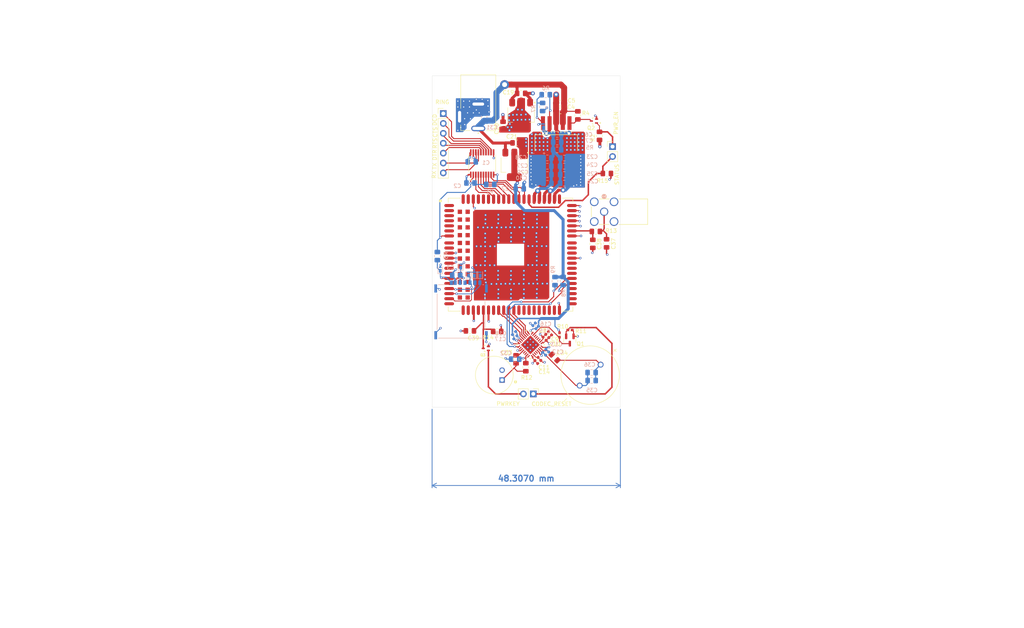
<source format=kicad_pcb>
(kicad_pcb (version 20240108) (generator "pcbnew") (generator_version "8.0")
  (layers (0 "F.Cu" signal) (1 "In1.Cu" signal) (2 "In2.Cu" signal) (31 "B.Cu" signal) (34 "B.Paste" user) (35 "F.Paste" user) (36 "B.SilkS" user "B.Silkscreen") (37 "F.SilkS" user "F.Silkscreen") (38 "B.Mask" user) (39 "F.Mask" user) (44 "Edge.Cuts" user))
  (net 0 "")
  (net 1 "RTS_ec")
  (net 24 "Net-(U1-PWRKEY)")
  (net 36 "+5V")
  (net 38 "ant_main")
  (net 41 "USIM_VDD")
  (net 46 "STATUS")
  (net 48 "USIM_RST")
  (net 51 "PCM_SYNC_ec")
  (net 55 "PCM_OUT_ec")
  (net 58 "USIM_CLK")
  (net 60 "DCD_ec")
  (net 61 "VBAT")
  (net 67 "VDD_EXT")
  (net 70 "TX_ec")
  (net 76 "RX_ec")
  (net 78 "DTR_ec")
  (net 79 "CTS_ec")
  (net 81 "GND")
  (net 82 "ring_ec")
  (net 83 "PCM_CLK_ec")
  (net 84 "USIM_DATA")
  (net 85 "PCM_IN_ec")
  (net 86 "+3.3V")
  (net 87 "RX_mcu")
  (net 88 "CTS_mcu")
  (net 89 "TX_mcu")
  (net 90 "ring_mcu")
  (net 91 "Net-(U2-OE)")
  (net 92 "DCD_mcu")
  (net 93 "RTS_mcu")
  (net 94 "USIM_PRESENCE")
  (net 95 "I2C_SCL_ec")
  (net 96 "I2C_SDA_ec")
  (net 97 "+1.8V")
  (net 101 "Net-(U4-MICBIAS)")
  (net 104 "MIC_BIAS")
  (net 107 "Net-(U4-MIC1RP{slash}LINE1RP)")
  (net 108 "Net-(C34-Pad2)")
  (net 110 "Net-(U4-HPROUT)")
  (net 113 "Net-(U4-HPRCOM)")
  (net 115 "Net-(AE1-A)")
  (net 116 "DTR_mcu")
  (net 117 "CODEC_RESET")
  (net 118 "Net-(Q1-D)")
  (net 119 "Net-(U3-EN)")
  (net 120 "Net-(U3-ADJ)")
  (net 121 "EC_PWR_EN")
  (net 122 "EC_PWRKEY")
  (footprint "Capacitor_SMD:C_0805_2012Metric_Pad1.18x1.45mm_HandSolder" (layer "F.Cu") (at 170.86 58.6625 -90)
    (property "Reference" "R2")
    (property "Value" "10k" (hide yes))
  )
  (footprint "Capacitor_SMD:C_0402_1005Metric_Pad0.74x0.62mm_HandSolder" (layer "F.Cu") (at 158.17 109.32 135)
    (property "Reference" "C8" (hide yes))
    (property "Value" "10uf" (hide yes))
  )
  (footprint "Connector_PinHeader_2.54mm:PinHeader_1x02_P2.54mm_Vertical" (layer "F.Cu") (at 153.87 124.88 -90)
    (property "Reference" "J4" (hide yes))
    (property "Value" "Conn_01x02" (hide yes))
  )
  (footprint "Capacitor_SMD:C_0402_1005Metric_Pad0.74x0.62mm_HandSolder" (layer "F.Cu") (at 156.76 110.73 135)
    (property "Reference" "C10" (hide yes))
    (property "Value" "100nf" (hide yes))
  )
  (footprint "footprints:vreg" (layer "F.Cu") (at 159.75 63.3208 180)
    (property "Reference" "U3" (hide yes))
    (property "Value" "MIC29302WU")
  )
  (footprint "Capacitor_SMD:C_0805_2012Metric_Pad1.18x1.45mm_HandSolder" (layer "F.Cu") (at 172.76 68.31)
    (property "Reference" "R15")
    (property "Value" "10k")
  )
  (footprint "Connector_PinHeader_2.54mm:PinHeader_1x07_P2.54mm_Vertical" (layer "F.Cu") (at 130.77 52.93)
    (property "Reference" "J5" (hide yes))
    (property "Value" "Conn_01x07")
  )
  (footprint "footprints:SOTFL50P160X85-3N" (layer "F.Cu") (at 169.44 54.85 180)
    (property "Reference" "Q2" (hide yes))
    (property "Value" "DTC043ZEBTL" (hide yes))
  )
  (footprint "Capacitor_SMD:C_0402_1005Metric_Pad0.74x0.62mm_HandSolder" (layer "F.Cu") (at 160.6 109.76 90)
    (property "Reference" "R10" (hide yes))
    (property "Value" "10k")
  )
  (footprint "Capacitor_SMD:C_0805_2012Metric_Pad1.18x1.45mm_HandSolder" (layer "F.Cu") (at 169.14 86.3725 -90)
    (property "Reference" "C38" (hide yes))
    (property "Value" "NM" (hide yes))
  )
  (footprint "footprints:new_codec" (layer "F.Cu") (at 153.125786 112.28 -45)
    (property "Reference" "U4" (hide yes))
    (property "Value" "TLV320AIC3104IRHBR" (hide yes))
  )
  (footprint "Capacitor_SMD:C_0805_2012Metric_Pad1.18x1.45mm_HandSolder" (layer "F.Cu") (at 144.6 108.85)
    (property "Reference" "R14")
    (property "Value" "10k")
  )
  (footprint "Package_TO_SOT_SMD:SOT-23" (layer "F.Cu") (at 163.25 111.0425 -90)
    (property "Reference" "Q1" (hide yes))
    (property "Value" "BSS138" (hide yes))
  )
  (footprint "Capacitor_SMD:C_0805_2012Metric_Pad1.18x1.45mm_HandSolder" (layer "F.Cu") (at 160.75 50.25 180)
    (property "Reference" "C5" (hide yes))
    (property "Value" "100nf" (hide yes))
  )
  (footprint "Capacitor_SMD:C_0805_2012Metric_Pad1.18x1.45mm_HandSolder" (layer "F.Cu") (at 149.45 115.9925 90)
    (property "Reference" "C33" (hide yes))
    (property "Value" "100nf")
  )
  (footprint "Capacitor_SMD:C_0402_1005Metric_Pad0.74x0.62mm_HandSolder" (layer "F.Cu") (at 157.46 110.02 135)
    (property "Reference" "C9" (hide yes))
    (property "Value" "1uf" (hide yes))
  )
  (footprint "footprints:SOTFL50P160X85-3N" (layer "F.Cu") (at 141.69 113.21 180)
    (property "Reference" "Q3")
    (property "Value" "DTC043ZEBTL")
  )
  (footprint "footprints:MIC_CMA-4544PF-W" (layer "F.Cu") (at 143.86 120.05)
    (property "Reference" "MK1" (hide yes))
    (property "Value" "CMA-4544PF-W")
  )
  (footprint "Capacitor_SMD:C_0402_1005Metric_Pad0.74x0.62mm_HandSolder" (layer "F.Cu") (at 154.69 115.89 -135)
    (property "Reference" "C14" (hide yes))
    (property "Value" "1uf")
  )
  (footprint "footprints:uart_translator" (layer "F.Cu") (at 140.75 65.75 90)
    (property "Reference" "U2" (hide yes))
    (property "Value" "TXS0108EPWR" (hide yes))
  )
  (footprint "footprints:barrel jack" (layer "F.Cu") (at 139.75 50.5 180)
    (property "Reference" "J3" (hide yes))
    (property "Value" "54-00166" (hide yes))
  )
  (footprint "Connector_PinHeader_2.54mm:PinHeader_1x02_P2.54mm_Vertical" (layer "F.Cu") (at 174.21 61.42)
    (property "Reference" "J6" (hide yes))
    (property "Value" "Conn_01x02")
  )
  (footprint "footprints:modem" (layer "F.Cu") (at 148.03 89.14)
    (property "Reference" "U1" (hide yes))
    (property "Value" "EC25AFA-512-STD" (hide yes))
  )
  (footprint "Capacitor_SMD:C_0805_2012Metric_Pad1.18x1.45mm_HandSolder" (layer "F.Cu") (at 150.75 47.75)
    (property "Reference" "C19" (hide yes))
    (property "Value" "1uf")
  )
  (footprint "Capacitor_SMD:C_0402_1005Metric_Pad0.74x0.62mm_HandSolder" (layer "F.Cu") (at 155.4 116.69 -135)
    (property "Reference" "C11" (hide yes))
    (property "Value" "100nf")
  )
  (footprint "Capacitor_SMD:C_0805_2012Metric_Pad1.18x1.45mm_HandSolder" (layer "F.Cu") (at 149.58 60.46)
    (property "Reference" "C21" (hide yes))
    (property "Value" "1uf")
  )
  (footprint "Capacitor_SMD:C_0805_2012Metric_Pad1.18x1.45mm_HandSolder" (layer "F.Cu") (at 165.3 53.4 90)
    (property "Reference" "R4" (hide yes))
    (property "Value" "51k" (hide yes))
  )
  (footprint "Capacitor_SMD:C_0805_2012Metric_Pad1.18x1.45mm_HandSolder" (layer "F.Cu") (at 137.61 108.7 180)
    (property "Reference" "C39")
    (property "Value" "100nf")
  )
  (footprint "Capacitor_SMD:C_0402_1005Metric_Pad0.74x0.62mm_HandSolder" (layer "F.Cu") (at 163.29 108.48)
    (property "Reference" "R11" (hide yes))
    (property "Value" "10k")
  )
  (footprint "Capacitor_SMD:C_0805_2012Metric_Pad1.18x1.45mm_HandSolder" (layer "F.Cu") (at 151.95 118.02 -90)
    (property "Reference" "R12" (hide yes))
    (property "Value" "2.2k")
  )
  (footprint "footprints:CONN1_2016504-1_TEC" (layer "F.Cu") (at 172.05 78.12 90)
    (property "Reference" "J1")
    (property "Value" "2016504-1" (hide yes))
  )
  (footprint "Capacitor_SMD:C_0805_2012Metric_Pad1.18x1.45mm_HandSolder" (layer "F.Cu") (at 160.7875 52.25 180)
    (property "Reference" "C4" (hide yes))
    (property "Value" "470uf" (hide yes))
  )
  (footprint "Capacitor_SMD:C_0805_2012Metric_Pad1.18x1.45mm_HandSolder" (layer "F.Cu") (at 159.32 115.52 -45)
    (property "Reference" "C34" (hide yes))
    (property "Value" "22uf" (hide yes))
  )
  (footprint "Package_TO_SOT_SMD:SOT-223-3_TabPin2" (layer "F.Cu") (at 150.75 53.25 -90)
    (property "Reference" "U6" (hide yes))
    (property "Value" "AMS1117-1.5")
  )
  (footprint "Capacitor_SMD:C_0805_2012Metric_Pad1.18x1.45mm_HandSolder" (layer "F.Cu") (at 169.9275 83.19)
    (property "Reference" "R13" (hide yes))
    (property "Value" "0R")
  )
  (footprint "footprints:SPKR_AST-01532MR-R" (layer "F.Cu") (at 168.457006 120.052994 -135)
    (property "Reference" "LS1" (hide yes))
    (property "Value" "AST-01532MR-R" (hide yes))
  )
  (footprint "Package_TO_SOT_SMD:SOT-223-3_TabPin2" (layer "F.Cu") (at 149 66.1 -90)
    (property "Reference" "U5" (hide yes))
    (property "Value" "AMS1117-1.5")
  )
  (footprint "Capacitor_SMD:C_0805_2012Metric_Pad1.18x1.45mm_HandSolder" (layer "F.Cu") (at 172.67 86.23 -90)
    (property "Reference" "C37" (hide yes))
    (property "Value" "NM")
  )
  (footprint "Capacitor_SMD:C_0805_2012Metric_Pad1.18x1.45mm_HandSolder" (layer "F.Cu") (at 146.11 56.07 90)
    (property "Reference" "C20" (hide yes))
    (property "Value" "1uf" (hide yes))
  )
  (footprint "Capacitor_SMD:C_0805_2012Metric_Pad1.18x1.45mm_HandSolder" (layer "B.Cu") (at 168.8375 119.39 180)
    (property "Reference" "C36" (hide yes))
    (property "Value" "33pf")
  )
  (footprint "Capacitor_SMD:C_0402_1005Metric_Pad0.74x0.62mm_HandSolder" (layer "B.Cu") (at 148.92 109.25 45)
    (property "Reference" "C18" (hide yes))
    (property "Value" "1uf")
  )
  (footprint "Capacitor_SMD:C_0805_2012Metric_Pad1.18x1.45mm_HandSolder" (layer "B.Cu") (at 142.81 71.12 180)
    (property "Reference" "R1" (hide yes))
    (property "Value" "10k")
  )
  (footprint "Capacitor_SMD:C_0805_2012Metric_Pad1.18x1.45mm_HandSolder" (layer "B.Cu") (at 159.44 95.92 -90)
    (property "Reference" "R9")
    (property "Value" "4.7k")
  )
  (footprint "Capacitor_SMD:C_0805_2012Metric_Pad1.18x1.45mm_HandSolder" (layer "B.Cu") (at 149.23 115.96 180)
    (property "Reference" "C32" (hide yes))
    (property "Value" "2.2uf")
  )
  (footprint "Capacitor_SMD:C_0805_2012Metric_Pad1.18x1.45mm_HandSolder" (layer "B.Cu") (at 134.08 94.44 180)
    (property "Reference" "C3" (hide yes))
    (property "Value" "100nf" (hide yes))
  )
  (footprint "Capacitor_SMD:C_0805_2012Metric_Pad1.18x1.45mm_HandSolder" (layer "B.Cu") (at 150.38 72.25)
    (property "Reference" "C22" (hide yes))
    (property "Value" "1uf" (hide yes))
  )
  (footprint "Capacitor_SMD:C_0805_2012Metric_Pad1.18x1.45mm_HandSolder" (layer "B.Cu") (at 159.9875 62.25 180)
    (property "Reference" "R5" (hide yes))
    (property "Value" "330")
  )
  (footprint "Capacitor_SMD:C_0805_2012Metric_Pad1.18x1.45mm_HandSolder" (layer "B.Cu") (at 157.07 48.09 180)
    (property "Reference" "R6" (hide yes))
    (property "Value" "100k")
  )
  (footprint "Capacitor_SMD:C_0805_2012Metric_Pad1.18x1.45mm_HandSolder" (layer "B.Cu") (at 161.52 95.9 -90)
    (property "Reference" "R8")
    (property "Value" "4.7k")
  )
  (footprint "Capacitor_SMD:C_0805_2012Metric_Pad1.18x1.45mm_HandSolder" (layer "B.Cu") (at 157.463 64.32 180)
    (property "Reference" "C28" (hide yes))
    (property "Value" "100uf")
  )
  (footprint "Capacitor_SMD:C_0805_2012Metric_Pad1.18x1.45mm_HandSolder" (layer "B.Cu") (at 141.25 53.75 90)
    (property "Reference" "C31" (hide yes))
    (property "Value" "1uf" (hide yes))
  )
  (footprint "Capacitor_SMD:C_0805_2012Metric_Pad1.18x1.45mm_HandSolder" (layer "B.Cu") (at 138.07 65.33 180)
    (property "Reference" "C1" (hide yes))
    (property "Value" "100nf")
  )
  (footprint "Diode_SMD:Nexperia_DSN1608-2_1.6x0.8mm" (layer "B.Cu") (at 140.25 94.25 90)
    (property "Reference" "D3" (hide yes))
    (property "Value" "PTVS12VZ1USK" (hide yes))
  )
  (footprint "Capacitor_SMD:C_0402_1005Metric_Pad0.74x0.62mm_HandSolder" (layer "B.Cu") (at 154.82 107.08 135)
    (property "Reference" "C16" (hide yes))
    (property "Value" "1uf")
  )
  (footprint "Capacitor_SMD:C_0805_2012Metric_Pad1.18x1.45mm_HandSolder" (layer "B.Cu") (at 161.7705 66.44)
    (property "Reference" "C24" (hide yes))
    (property "Value" "100nf" (hide yes))
  )
  (footprint "Diode_SMD:Nexperia_DSN1608-2_1.6x0.8mm" (layer "B.Cu") (at 156.5 56.215 90)
    (property "Reference" "D6" (hide yes))
    (property "Value" "PTVS12VZ1USK" (hide yes))
  )
  (footprint "Capacitor_SMD:C_0805_2012Metric_Pad1.18x1.45mm_HandSolder" (layer "B.Cu") (at 157.493 70.86 180)
    (property "Reference" "C30" (hide yes))
    (property "Value" "10pf" (hide yes))
  )
  (footprint "Capacitor_SMD:C_0805_2012Metric_Pad1.18x1.45mm_HandSolder" (layer "B.Cu") (at 137.75 70.75 180)
    (property "Reference" "C2" (hide yes))
    (property "Value" "100nf")
  )
  (footprint "Diode_SMD:Nexperia_DSN1608-2_1.6x0.8mm" (layer "B.Cu") (at 138.75 94.25 90)
    (property "Reference" "D5" (hide yes))
    (property "Value" "PTVS12VZ1USK" (hide yes))
  )
  (footprint "Capacitor_SMD:C_0402_1005Metric_Pad0.74x0.62mm_HandSolder" (layer "B.Cu") (at 149.26 110.33 45)
    (property "Reference" "C17" (hide yes))
    (property "Value" "100nf")
  )
  (footprint "Capacitor_SMD:C_0805_2012Metric_Pad1.18x1.45mm_HandSolder" (layer "B.Cu") (at 168.85 121.44 180)
    (property "Reference" "C35" (hide yes))
    (property "Value" "10pf")
  )
  (footprint "Capacitor_SMD:C_0402_1005Metric_Pad0.74x0.62mm_HandSolder" (layer "B.Cu") (at 156.69 113.79 -135)
    (property "Reference" "C13" (hide yes))
    (property "Value" "100nf")
  )
  (footprint "Capacitor_SMD:C_0805_2012Metric_Pad1.18x1.45mm_HandSolder" (layer "B.Cu") (at 161.8005 68.58)
    (property "Reference" "C25" (hide yes))
    (property "Value" "33pf")
  )
  (footprint "Diode_SMD:Nexperia_DSN1608-2_1.6x0.8mm" (layer "B.Cu") (at 130 93 90)
    (property "Reference" "D4" (hide yes))
    (property "Value" "PTVS12VZ1USK" (hide yes))
  )
  (footprint "Capacitor_SMD:C_0805_2012Metric_Pad1.18x1.45mm_HandSolder" (layer "B.Cu") (at 157.473 66.45 180)
    (property "Reference" "C27" (hide yes))
    (property "Value" "100nf")
  )
  (footprint "Capacitor_SMD:C_0402_1005Metric_Pad0.74x0.62mm_HandSolder" (layer "B.Cu") (at 154.14 107.76 135)
    (property "Reference" "C15" (hide yes))
    (property "Value" "100nf" (hide yes))
  )
  (footprint "Capacitor_SMD:C_0805_2012Metric_Pad1.18x1.45mm_HandSolder" (layer "B.Cu") (at 156.25 51.25 -90)
    (property "Reference" "R7" (hide yes))
    (property "Value" "47k")
  )
  (footprint "Capacitor_SMD:C_0805_2012Metric_Pad1.18x1.45mm_HandSolder" (layer "B.Cu") (at 161.778 70.8)
    (property "Reference" "C26" (hide yes))
    (property "Value" "10pf")
  )
  (footprint "Capacitor_SMD:C_0402_1005Metric_Pad0.74x0.62mm_HandSolder" (layer "B.Cu") (at 157.44 114.53 -135)
    (property "Reference" "C12" (hide yes))
    (property "Value" "1uf")
  )
  (footprint "Diode_SMD:Nexperia_DSN1608-2_1.6x0.8mm" (layer "B.Cu") (at 135.233 92.188 90)
    (property "Reference" "D1" (hide yes))
    (property "Value" "PTVS12VZ1USK" (hide yes))
  )
  (footprint "Capacitor_SMD:C_0805_2012Metric_Pad1.18x1.45mm_HandSolder" (layer "B.Cu") (at 161.8305 64.35)
    (property "Reference" "C23" (hide yes))
    (property "Value" "100uf")
  )
  (footprint "footprints:new_sim" (layer "B.Cu") (at 135.33 103.7025 180)
    (property "Reference" "J2" (hide yes))
    (property "Value" "NSIM-7-A" (hide yes))
  )
  (footprint "Capacitor_SMD:C_0805_2012Metric_Pad1.18x1.45mm_HandSolder" (layer "B.Cu") (at 157.4805 68.59 180)
    (property "Reference" "C29" (hide yes))
    (property "Value" "33pf")
  )
  (footprint "Diode_SMD:Nexperia_DSN1608-2_1.6x0.8mm" (layer "B.Cu") (at 137.25 94.215 90)
    (property "Reference" "D2" (hide yes))
    (property "Value" "PTVS12VZ1USK" (hide yes))
  )
  (footprint "Capacitor_SMD:C_0805_2012Metric_Pad1.18x1.45mm_HandSolder" (layer "B.Cu") (at 129.25 89.5 90)
    (property "Reference" "R3" (hide yes))
    (property "Value" "51k")
  )
  (footprint "Capacitor_SMD:C_0805_2012Metric_Pad1.18x1.45mm_HandSolder" (layer "B.Cu") (at 160 60.25)
    (property "Reference" "C7" (hide yes))
    (property "Value" "100nf")
  )
  (footprint "Capacitor_SMD:C_0805_2012Metric_Pad1.18x1.45mm_HandSolder" (layer "B.Cu") (at 160 58.25)
    (property "Reference" "C6" (hide yes))
    (property "Value" "470uf")
  )
  (gr_arc (start 172.05 82.28) (mid 171.781047 82.929311) (end 171.131736 83.198264) (stroke (width 0.35)) (layer "F.Cu") (net 115))
  (gr_line (start 172.05 78.12) (end 172.05 82.28) (stroke (width 0.35)) (layer "F.Cu") (net 115))
  (gr_rect (start 127.905 43.25) (end 176.212 128.3) (stroke (width 0.05)) (fill none) (layer "Edge.Cuts"))
  (gr_text "C35" (at 168.91 123.93 0) (layer "B.SilkS") (effects (font (size 1 1)) (justify mirror)))
  (gr_text "+   -" (at 157.1905 63.54 -0) (layer "B.SilkS") (effects (font (size 0.8 0.8) (thickness 0.1)) (justify left bottom mirror)))
  (gr_text "C18" (at 145.51 109.34 0) (layer "B.SilkS") (effects (font (size 1 1)) (justify mirror)))
  (gr_text "C15" (at 156.8 108.72 0) (layer "B.SilkS") (effects (font (size 1 1)) (justify mirror)))
  (gr_text "C30" (at 150.82 69.48 0) (layer "B.SilkS") (effects (font (size 1 1)) (justify mirror)))
  (gr_text "C22" (at 147.13 72.17 0) (layer "B.SilkS") (effects (font (size 1 1)) (justify mirror)))
  (gr_text "C6" (at 168.07 58.32 0) (layer "B.SilkS") (effects (font (size 1 1)) (justify mirror)))
  (gr_text "C32" (at 146.82 114.44 0) (layer "B.SilkS") (effects (font (size 1 1)) (justify mirror)))
  (gr_text "C13" (at 159.84 112.19 0) (layer "B.SilkS") (effects (font (size 1 1)) (justify mirror)))
  (gr_text "C28" (at 150.71 64.2 0) (layer "B.SilkS") (effects (font (size 1 1)) (justify mirror)))
  (gr_text "C3" (at 132.63 92.44 0) (layer "B.SilkS") (effects (font (size 1 1)) (justify mirror)))
  (gr_text "R6" (at 157.09 46.43 0) (layer "B.SilkS") (effects (font (size 1 1)) (justify mirror)))
  (gr_text "C16" (at 157.07 106.93 0) (layer "B.SilkS") (effects (font (size 1 1)) (justify mirror)))
  (gr_text "C24" (at 168.93 66.09 0) (layer "B.SilkS") (effects (font (size 1 1)) (justify mirror)))
  (gr_text "C2" (at 134.37 71.51 0) (layer "B.SilkS") (effects (font (size 1 1)) (justify mirror)))
  (gr_text "R1" (at 142.67 72.99 0) (layer "B.SilkS") (effects (font (size 1 1)) (justify mirror)))
  (gr_text "C12" (at 160.18 114.06 0) (layer "B.SilkS") (effects (font (size 1 1)) (justify mirror)))
  (gr_text "R3" (at 131.44 89.31 90) (layer "B.SilkS") (effects (font (size 1 1)) (justify mirror)))
  (gr_text "C26" (at 169.09 70.32 0) (layer "B.SilkS") (effects (font (size 1 1)) (justify mirror)))
  (gr_text "C29" (at 151.15 68.01 0) (layer "B.SilkS") (effects (font (size 1 1)) (justify mirror)))
  (gr_text "R7" (at 153.93 51.67 90) (layer "B.SilkS") (effects (font (size 1 1)) (justify mirror)))
  (gr_text "C23" (at 168.97 64.02 0) (layer "B.SilkS") (effects (font (size 1 1)) (justify mirror)))
  (gr_text "C7" (at 168.18 59.94 0) (layer "B.SilkS") (effects (font (size 1 1)) (justify mirror)))
  (gr_text "C17" (at 145.44 110.8 0) (layer "B.SilkS") (effects (font (size 1 1)) (justify mirror)))
  (gr_text "C36" (at 168.34 117.35 0) (layer "B.SilkS") (effects (font (size 1 1)) (justify mirror)))
  (gr_text "C31" (at 143.26 56.48 0) (layer "B.SilkS") (effects (font (size 1 1)) (justify mirror)))
  (gr_text "C27" (at 151.06 66.34 0) (layer "B.SilkS") (effects (font (size 1 1)) (justify mirror)))
  (gr_text "C25" (at 169.02 68.39 0) (layer "B.SilkS") (effects (font (size 1 1)) (justify mirror)))
  (gr_text "R5" (at 168.35 61.64 0) (layer "B.SilkS") (effects (font (size 1 1)) (justify mirror)))
  (gr_text "C1" (at 141.71 65.54 0) (layer "B.SilkS") (effects (font (size 1 1)) (justify mirror)))
  (gr_text "CTS" (at 128.7 57.72 90) (layer "F.SilkS") (effects (font (size 1 1))))
  (gr_text "DTR" (at 128.58 63.58 90) (layer "F.SilkS") (effects (font (size 1 1))))
  (gr_text "C37" (at 174.45 86.35 90) (layer "F.SilkS") (effects (font (size 1 1))))
  (gr_text "STATUS" (at 175.34 68.56 90) (layer "F.SilkS") (effects (font (size 1 1))))
  (gr_text "C14" (at 156.68 119.25 0) (layer "F.SilkS") (effects (font (size 1 1))))
  (gr_text "C9" (at 159.42 110.84 0) (layer "F.SilkS") (effects (font (size 1 1))))
  (gr_text "C33" (at 147.05 114.23 0) (layer "F.SilkS") (effects (font (size 1 1))))
  (gr_text "R4" (at 167.35 52.84 0) (layer "F.SilkS") (effects (font (size 1 1))))
  (gr_text "TX" (at 128.56 66.43 90) (layer "F.SilkS") (effects (font (size 1 1))))
  (gr_text "C4" (at 163.57 51.25 0) (layer "F.SilkS") (effects (font (size 1 1))))
  (gr_text "R13" (at 175.42 83.01 0) (layer "F.SilkS") (effects (font (size 1 1)) (justify right)))
  (gr_text "C34" (at 161.29 114.37 0) (layer "F.SilkS") (effects (font (size 1 1))))
  (gr_text "RING" (at 130.51 49.99 0) (layer "F.SilkS") (effects (font (size 1 1))))
  (gr_text "Q1" (at 165.99 112.03 0) (layer "F.SilkS") (effects (font (size 1 1))))
  (gr_text "C8" (at 156.3 108.54 0) (layer "F.SilkS") (effects (font (size 1 1))))
  (gr_text "C5" (at 163.68 49.59 0) (layer "F.SilkS") (effects (font (size 1 1))))
  (gr_text "CODEC_RESET" (at 158.56 127.45 0) (layer "F.SilkS") (effects (font (size 1 1))))
  (gr_text "C11" (at 156.64 118.05 0) (layer "F.SilkS") (effects (font (size 1 1))))
  (gr_text "R11" (at 166.1 108.75 0) (layer "F.SilkS") (effects (font (size 1 1))))
  (gr_text "DCD" (at 128.58 54.55 90) (layer "F.SilkS") (effects (font (size 1 1))))
  (gr_text "C19" (at 147.47 47.5 0) (layer "F.SilkS") (effects (font (size 1 1))))
  (gr_text "PWRKEY" (at 147.4 127.42 0) (layer "F.SilkS") (effects (font (size 1 1))))
  (gr_text "C20" (at 144.47 56.83 90) (layer "F.SilkS") (effects (font (size 1 1))))
  (gr_text "PWR_EN" (at 175.1 55.36 90) (layer "F.SilkS") (effects (font (size 1 1))))
  (gr_text "C38" (at 170.79 86.41 90) (layer "F.SilkS") (effects (font (size 1 1))))
  (gr_text "RX" (at 128.41 68.61 90) (layer "F.SilkS") (effects (font (size 1 1))))
  (gr_text "C10" (at 159.35 112.01 0) (layer "F.SilkS") (effects (font (size 1 1))))
  (gr_text "R12" (at 152.18 120.7 0) (layer "F.SilkS") (effects (font (size 1 1))))
  (gr_text "C21" (at 148.38 58.85 0) (layer "F.SilkS") (effects (font (size 1 1))))
  (gr_text "RTS" (at 128.65 60.56 90) (layer "F.SilkS") (effects (font (size 1 1))))
  (gr_text "R10" (at 161.43 107.58 0) (layer "F.SilkS") (effects (font (size 1 1))))
  (gr_text "Q2" (at 168.7 56.64 0) (layer "F.SilkS") (effects (font (size 1 1))))
  (dimension (type aligned) (layer "B.Cu") (pts (xy 127.905 128.3) (xy 176.212 128.3)) (height 20.08) (gr_text "48.3070 mm" (at 152.0585 146.58 0) (layer "B.Cu") (effects (font (size 1.5 1.5) (thickness 0.3)))) (format (prefix "") (suffix "") (units 3) (units_format 1) (precision 4)) (style (thickness 0.2) (arrow_length 1.27) (text_position_mode 0) (extension_height 0.58642) (extension_offset 0.5) keep_text_aligned))
  (segment (start 141.72 71.52) (end 141.075 70.875) (width 0.254) (layer "F.Cu") (net 1))
  (segment (start 144.8 71.52) (end 141.72 71.52) (width 0.254) (layer "F.Cu") (net 1))
  (segment (start 147.58 74.3) (end 144.8 71.52) (width 0.254) (layer "F.Cu") (net 1))
  (segment (start 147.58 75.15) (end 147.58 74.3) (width 0.254) (layer "F.Cu") (net 1))
  (segment (start 141.075 70.875) (end 141.075 68.62) (width 0.254) (layer "F.Cu") (net 1))
  (segment (start 142.9925 108.28) (end 141.0925 108.28) (width 0.35) (layer "F.Cu") (net 24))
  (segment (start 141.03 113.21) (end 141.0325 113.2075) (width 0.381) (layer "F.Cu") (net 24))
  (segment (start 141.08 106.67) (end 140.6775 106.67) (width 0.35) (layer "F.Cu") (net 24))
  (segment (start 141.0925 108.28) (end 141.08 108.2675) (width 0.35) (layer "F.Cu") (net 24))
  (segment (start 141.0325 108.315) (end 141.08 108.2675) (width 0.381) (layer "F.Cu") (net 24))
  (segment (start 141.0325 113.2075) (end 141.0325 108.315) (width 0.381) (layer "F.Cu") (net 24))
  (segment (start 141.08 106.67) (end 141.08 103.39) (width 0.35) (layer "F.Cu") (net 24))
  (segment (start 143.5625 108.85) (end 142.9925 108.28) (width 0.35) (layer "F.Cu") (net 24))
  (segment (start 140.6775 106.67) (end 138.6475 108.7) (width 0.35) (layer "F.Cu") (net 24))
  (segment (start 141.08 108.2675) (end 141.08 106.67) (width 0.35) (layer "F.Cu") (net 24))
  (segment (start 149 45.5) (end 149.7125 46.2125) (width 0.762) (layer "F.Cu") (net 36))
  (segment (start 148.45 49.0125) (end 149.7125 47.75) (width 0.762) (layer "F.Cu") (net 36))
  (segment (start 161.4518 52.6232) (end 161.4518 55.3706) (width 1.524) (layer "F.Cu") (net 36))
  (segment (start 162.4825 51.5925) (end 161.825 52.25) (width 0.254) (layer "F.Cu") (net 36))
  (segment (start 146.5 45.5) (end 148.25 45.5) (width 1.524) (layer "F.Cu") (net 36))
  (segment (start 148.25 45.5) (end 149 45.5) (width 0.762) (layer "F.Cu") (net 36))
  (segment (start 148.25 45.5) (end 160.9625 45.5) (width 1.524) (layer "F.Cu") (net 36))
  (segment (start 161.7875 50.25) (end 161.7875 52.2125) (width 1.524) (layer "F.Cu") (net 36))
  (segment (start 146.7525 60.46) (end 148.5425 60.46) (width 0.762) (layer "F.Cu") (net 36))
  (segment (start 161.9375 52.3625) (end 161.825 52.25) (width 0.254) (layer "F.Cu") (net 36))
  (segment (start 143.5 60.5) (end 139.75 56.75) (width 0.762) (layer "F.Cu") (net 36))
  (segment (start 149.7125 46.2125) (end 149.7125 47.75) (width 0.762) (layer "F.Cu") (net 36))
  (segment (start 146.7125 60.5) (end 146.7125 62.9375) (width 0.762) (layer "F.Cu") (net 36))
  (segment (start 146.7125 62.9375) (end 146.7 62.95) (width 0.762) (layer "F.Cu") (net 36))
  (segment (start 146.7125 60.5) (end 143.5 60.5) (width 0.762) (layer "F.Cu") (net 36))
  (segment (start 148.45 50.1) (end 148.45 49.0125) (width 0.762) (layer "F.Cu") (net 36))
  (segment (start 160.9625 45.5) (end 161.7875 46.325) (width 1.524) (layer "F.Cu") (net 36))
  (segment (start 165.3 52.3625) (end 161.9375 52.3625) (width 0.254) (layer "F.Cu") (net 36))
  (segment (start 161.825 52.25) (end 161.4518 52.6232) (width 1.524) (layer "F.Cu") (net 36))
  (segment (start 146.7125 60.5) (end 146.7525 60.46) (width 0.762) (layer "F.Cu") (net 36))
  (segment (start 161.7875 46.325) (end 161.7875 50.25) (width 1.524) (layer "F.Cu") (net 36))
  (segment (start 161.7875 52.2125) (end 161.825 52.25) (width 1.524) (layer "F.Cu") (net 36))
  (via (at 146.5 45.5) (size 2.286) (drill 1.27) (layers "F.Cu" "B.Cu") (net 36))
  (segment (start 139.75 56.75) (end 139.75 56.2875) (width 1.524) (layer "B.Cu") (net 36))
  (segment (start 142.0125 54.75) (end 141.975 54.7875) (width 1.524) (layer "B.Cu") (net 36))
  (segment (start 144.4 47.6) (end 144.4 53.85) (width 1.524) (layer "B.Cu") (net 36))
  (segment (start 146.5 45.5) (end 144.4 47.6) (width 1.524) (layer "B.Cu") (net 36))
  (segment (start 141.975 54.7875) (end 141.25 54.7875) (width 1.524) (layer "B.Cu") (net 36))
  (segment (start 144.4 53.85) (end 143.5 54.75) (width 1.524) (layer "B.Cu") (net 36))
  (segment (start 139.75 56.2875) (end 141.25 54.7875) (width 1.524) (layer "B.Cu") (net 36))
  (segment (start 143.5 54.75) (end 142.0125 54.75) (width 1.524) (layer "B.Cu") (net 36))
  (segment (start 169.14 85.335) (end 169.14 83.44) (width 0.35) (layer "F.Cu") (net 38))
  (segment (start 168.74 83.04) (end 168.89 83.19) (width 0.35) (layer "F.Cu") (net 38))
  (segment (start 163.78 83.04) (end 168.74 83.04) (width 0.35) (layer "F.Cu") (net 38))
  (segment (start 169.14 83.44) (end 168.89 83.19) (width 0.35) (layer "F.Cu") (net 38))
  (segment (start 136 95.15) (end 134.36 95.15) (width 0.381) (layer "F.Cu") (net 41))
  (segment (start 132.97 96.54) (end 132.28 96.54) (width 0.381) (layer "F.Cu") (net 41))
  (segment (start 134.36 95.15) (end 132.97 96.54) (width 0.381) (layer "F.Cu") (net 41))
  (via (at 136 95.15) (size 0.6) (drill 0.3) (layers "F.Cu" "B.Cu") (net 41))
  (segment (start 135.233 94.3245) (end 135.1175 94.44) (width 0.254) (layer "B.Cu") (net 41))
  (segment (start 135.1175 94.44) (end 135.1175 96.295) (width 0.381) (layer "B.Cu") (net 41))
  (segment (start 136 95.15) (end 135.29 94.44) (width 0.381) (layer "B.Cu") (net 41))
  (segment (start 135.1175 96.295) (end 135.08 96.3325) (width 0.381) (layer "B.Cu") (net 41))
  (segment (start 135.233 92.473) (end 135.233 94.3245) (width 0.254) (layer "B.Cu") (net 41))
  (segment (start 135.29 94.44) (end 135.1175 94.44) (width 0.381) (layer "B.Cu") (net 41))
  (segment (start 174.21 63.96) (end 171.7225 66.4475) (width 0.381) (layer "F.Cu") (net 46))
  (segment (start 171.7225 66.4475) (end 171.7225 68.31) (width 0.381) (layer "F.Cu") (net 46))
  (segment (start 152.78 74.89) (end 152.78 76.24) (width 0.381) (layer "F.Cu") (net 46))
  (segment (start 168 73.76) (end 168 70.46) (width 0.381) (layer "F.Cu") (net 46))
  (segment (start 166.51 75.25) (end 168 73.76) (width 0.381) (layer "F.Cu") (net 46))
  (segment (start 160.354698 76.98) (end 162.084698 75.25) (width 0.381) (layer "F.Cu") (net 46))
  (segment (start 168 70.46) (end 170.15 68.31) (width 0.381) (layer "F.Cu") (net 46))
  (segment (start 162.084698 75.25) (end 166.51 75.25) (width 0.381) (layer "F.Cu") (net 46))
  (segment (start 170.15 68.31) (end 171.7225 68.31) (width 0.381) (layer "F.Cu") (net 46))
  (segment (start 153.52 76.98) (end 160.354698 76.98) (width 0.381) (layer "F.Cu") (net 46))
  (segment (start 152.78 76.24) (end 153.52 76.98) (width 0.381) (layer "F.Cu") (net 46))
  (segment (start 133.73 101.04) (end 137.684 101.04) (width 0.2) (layer "F.Cu") (net 48))
  (segment (start 133.13 100.44) (end 133.73 101.04) (width 0.2) (layer "F.Cu") (net 48))
  (segment (start 137.684 101.04) (end 138.02 100.704) (width 0.2) (layer "F.Cu") (net 48))
  (segment (start 132.28 100.44) (end 133.13 100.44) (width 0.2) (layer "F.Cu") (net 48))
  (segment (start 138.02 100.704) (end 138.02 97.52) (width 0.2) (layer "F.Cu") (net 48))
  (via (at 138.02 97.52) (size 0.6) (drill 0.3) (layers "F.Cu" "B.Cu") (net 48))
  (segment (start 137.62 94.87) (end 137.62 96.3325) (width 0.254) (layer "B.Cu") (net 48))
  (segment (start 138.02 97.52) (end 138.02 96.7325) (width 0.2) (layer "B.Cu") (net 48))
  (segment (start 138.02 96.7325) (end 137.62 96.3325) (width 0.2) (layer "B.Cu") (net 48))
  (segment (start 137.25 94.5) (end 137.62 94.87) (width 0.254) (layer "B.Cu") (net 48))
  (segment (start 151.35633 109.449884) (end 151.35633 107.80633) (width 0.254) (layer "F.Cu") (net 51))
  (segment (start 147.58 104.03) (end 147.58 103.39) (width 0.254) (layer "F.Cu") (net 51))
  (segment (start 151.35633 107.80633) (end 147.58 104.03) (width 0.254) (layer "F.Cu") (net 51))
  (segment (start 151.934311 110.027865) (end 151.35633 109.449884) (width 0.254) (layer "F.Cu") (net 51))
  (segment (start 146.28 103.968133) (end 146.28 103.39) (width 0.254) (layer "F.Cu") (net 55))
  (segment (start 150.90233 109.70299) (end 150.90233 108.41233) (width 0.254) (layer "F.Cu") (net 55))
  (segment (start 147.77 105.28) (end 147.591867 105.28) (width 0.254) (layer "F.Cu") (net 55))
  (segment (start 151.580758 110.381418) (end 150.90233 109.70299) (width 0.254) (layer "F.Cu") (net 55))
  (segment (start 147.591867 105.28) (end 146.28 103.968133) (width 0.254) (layer "F.Cu") (net 55))
  (segment (start 150.90233 108.41233) (end 147.77 105.28) (width 0.254) (layer "F.Cu") (net 55))
  (segment (start 134.168877 99.198587) (end 134.11029 99.14) (width 0.2) (layer "F.Cu") (net 58))
  (segment (start 134.11029 99.14) (end 132.28 99.14) (width 0.2) (layer "F.Cu") (net 58))
  (via (at 134.168877 99.198587) (size 0.6) (drill 0.3) (layers "F.Cu" "B.Cu") (net 58))
  (segment (start 140.2 96.3725) (end 140.16 96.3325) (width 0.2) (layer "B.Cu") (net 58))
  (segment (start 140.2 97.118529) (end 140.2 96.3725) (width 0.2) (layer "B.Cu") (net 58))
  (segment (start 134.168877 99.198587) (end 134.17029 99.2) (width 0.2) (layer "B.Cu") (net 58))
  (segment (start 140.16 94.625) (end 140.25 94.535) (width 0.2) (layer "B.Cu") (net 58))
  (segment (start 140.16 96.3325) (end 140.16 94.625) (width 0.2) (layer "B.Cu") (net 58))
  (segment (start 134.17029 99.2) (end 138.118529 99.2) (width 0.2) (layer "B.Cu") (net 58))
  (segment (start 138.118529 99.2) (end 140.2 97.118529) (width 0.2) (layer "B.Cu") (net 58))
  (segment (start 142.375 70.477) (end 142.51 70.612) (width 0.254) (layer "F.Cu") (net 60))
  (segment (start 146.643122 70.612) (end 148.405122 72.374) (width 0.254) (layer "F.Cu") (net 60))
  (segment (start 148.405122 72.374) (end 149.474 72.374) (width 0.254) (layer "F.Cu") (net 60))
  (segment (start 149.474 72.374) (end 150.31 73.21) (width 0.254) (layer "F.Cu") (net 60))
  (segment (start 142.375 68.62) (end 142.375 70.477) (width 0.254) (layer "F.Cu") (net 60))
  (segment (start 142.51 70.612) (end 146.643122 70.612) (width 0.254) (layer "F.Cu") (net 60))
  (segment (start 150.31 73.21) (end 150.31 75.28) (width 0.254) (layer "F.Cu") (net 60))
  (segment (start 157.5 72.75) (end 156.81 73.44) (width 0.762) (layer "F.Cu") (net 61))
  (segment (start 158.25 72.75) (end 157.5 72.75) (width 0.762) (layer "F.Cu") (net 61))
  (segment (start 158.06 75.23) (end 158.11 75.28) (width 0.508) (layer "F.Cu") (net 61))
  (segment (start 158.0482 52.3418) (end 158.0482 55.3706) (width 0.254) (layer "F.Cu") (net 61))
  (segment (start 156.81 73.44) (end 156.81 75.28) (width 0.762) (layer "F.Cu") (net 61))
  (segment (start 158.11 72.89) (end 158.11 75.28) (width 0.762) (layer "F.Cu") (net 61))
  (segment (start 158.24 52.15) (end 158.0482 52.3418) (width 0.254) (layer "F.Cu") (net 61))
  (segment (start 155.51 75.28) (end 155.51 73.26) (width 0.762) (layer "F.Cu") (net 61))
  (segment (start 157.25 58) (end 158.0482 57.2018) (width 0.762) (layer "F.Cu") (net 61))
  (segment (start 158.0482 57.2018) (end 158.0482 55.3706) (width 0.762) (layer "F.Cu") (net 61))
  (segment (start 155 72.75) (end 154.21 73.54) (width 0.762) (layer "F.Cu") (net 61))
  (segment (start 155.51 73.26) (end 155 72.75) (width 0.762) (layer "F.Cu") (net 61))
  (segment (start 154.21 73.54) (end 154.21 75.28) (width 0.762) (layer "F.Cu") (net 61))
  (segment (start 158.25 72.75) (end 158.11 72.89) (width 0.762) (layer "F.Cu") (net 61))
  (via (at 158.24 52.15) (size 0.6) (drill 0.3) (layers "F.Cu" "B.Cu") (net 61))
  (via (at 158.25 72.75) (size 1.27) (drill 0.635) (layers "F.Cu" "B.Cu") (net 61))
  (via (at 155 72.75) (size 1.27) (drill 0.635) (layers "F.Cu" "B.Cu") (net 61))
  (via (at 157.25 58) (size 1.27) (drill 0.635) (layers "F.Cu" "B.Cu") (net 61))
  (segment (start 157.25 58) (end 158.7125 58) (width 0.762) (layer "B.Cu") (net 61))
  (segment (start 158.9625 58.25) (end 158.9625 63.858) (width 0.762) (layer "B.Cu") (net 61))
  (segment (start 160.793 70.7475) (end 160.7405 70.8) (width 0.762) (layer "B.Cu") (net 61))
  (segment (start 156.5 57.25) (end 156.5 56.5) (width 0.762) (layer "B.Cu") (net 61))
  (segment (start 158.1075 52.0175) (end 158.24 52.15) (width 0.254) (layer "B.Cu") (net 61))
  (segment (start 158.5005 64.32) (end 158.5005 70.83) (width 0.762) (layer "B.Cu") (net 61))
  (segment (start 158.9625 63.858) (end 158.5005 64.32) (width 0.762) (layer "B.Cu") (net 61))
  (segment (start 158.7125 58) (end 158.9625 58.25) (width 0.762) (layer "B.Cu") (net 61))
  (segment (start 158.1075 48.09) (end 158.1075 52.0175) (width 0.254) (layer "B.Cu") (net 61))
  (segment (start 155.07 72.75) (end 155.654 72.166) (width 0.762) (layer "B.Cu") (net 61))
  (segment (start 158.5005 70.83) (end 158.5305 70.86) (width 0.762) (layer "B.Cu") (net 61))
  (segment (start 155 72.75) (end 155.07 72.75) (width 0.762) (layer "B.Cu") (net 61))
  (segment (start 160.793 64.35) (end 160.793 70.7475) (width 0.762) (layer "B.Cu") (net 61))
  (segment (start 158.25 72.75) (end 158.7905 72.75) (width 0.762) (layer "B.Cu") (net 61))
  (segment (start 158.95 62.507) (end 160.793 64.35) (width 0.762) (layer "B.Cu") (net 61))
  (segment (start 155.654 72.166) (end 157.2245 72.166) (width 0.762) (layer "B.Cu") (net 61))
  (segment (start 158.95 62.25) (end 158.95 62.507) (width 0.762) (layer "B.Cu") (net 61))
  (segment (start 157.25 58) (end 156.5 57.25) (width 0.762) (layer "B.Cu") (net 61))
  (segment (start 158.7905 72.75) (end 160.7405 70.8) (width 0.762) (layer "B.Cu") (net 61))
  (segment (start 157.2245 72.166) (end 158.5305 70.86) (width 0.762) (layer "B.Cu") (net 61))
  (segment (start 130.41 84.34) (end 132.28 84.34) (width 0.254) (layer "F.Cu") (net 67))
  (segment (start 137.8 70.78) (end 137.8 70.079999) (width 0.254) (layer "F.Cu") (net 67))
  (segment (start 130 84.75) (end 130.41 84.34) (width 0.254) (layer "F.Cu") (net 67))
  (segment (start 137.8 70.079999) (end 138.475 69.404999) (width 0.254) (layer "F.Cu") (net 67))
  (segment (start 138.475 69.404999) (end 138.475 68.62) (width 0.254) (layer "F.Cu") (net 67))
  (via (at 130 84.75) (size 0.6) (drill 0.3) (layers "F.Cu" "B.Cu") (net 67))
  (via (at 137.8 70.78) (size 0.6) (drill 0.3) (layers "F.Cu" "B.Cu") (net 67))
  (segment (start 137.83 70.75) (end 137.8 70.78) (width 0.254) (layer "B.Cu") (net 67))
  (segment (start 129.25 85.5) (end 130 84.75) (width 0.254) (layer "B.Cu") (net 67))
  (segment (start 138.7875 70.75) (end 137.83 70.75) (width 0.254) (layer "B.Cu") (net 67))
  (segment (start 141.7725 71.12) (end 139.1575 71.12) (width 0.254) (layer "B.Cu") (net 67))
  (segment (start 129.25 88.4625) (end 129.25 85.5) (width 0.254) (layer "B.Cu") (net 67))
  (segment (start 129.88 84.63) (end 130 84.75) (width 0.254) (layer "B.Cu") (net 67))
  (segment (start 129.88 75.08) (end 129.88 84.63) (width 0.254) (layer "B.Cu") (net 67))
  (segment (start 131.79 73.17) (end 129.88 75.08) (width 0.254) (layer "B.Cu") (net 67))
  (segment (start 136.3675 73.17) (end 131.79 73.17) (width 0.254) (layer "B.Cu") (net 67))
  (segment (start 139.1575 71.12) (end 138.7875 70.75) (width 0.254) (layer "B.Cu") (net 67))
  (segment (start 137.8 71.7375) (end 136.3675 73.17) (width 0.254) (layer "B.Cu") (net 67))
  (segment (start 137.8 70.78) (end 137.8 71.7375) (width 0.254) (layer "B.Cu") (net 67))
  (segment (start 144.98 73.9) (end 144.98 74.89) (width 0.254) (layer "F.Cu") (net 70))
  (segment (start 139.775 71.705) (end 139.775 68.62) (width 0.254) (layer "F.Cu") (net 70))
  (segment (start 143.77 72.69) (end 144.98 73.9) (width 0.254) (layer "F.Cu") (net 70))
  (segment (start 140.76 72.69) (end 139.775 71.705) (width 0.254) (layer "F.Cu") (net 70))
  (segment (start 143.77 72.69) (end 140.76 72.69) (width 0.254) (layer "F.Cu") (net 70))
  (segment (start 139.9 73.19) (end 142.454896 73.19) (width 0.254) (layer "F.Cu") (net 76))
  (segment (start 143.68 74.415104) (end 143.68 74.89) (width 0.254) (layer "F.Cu") (net 76))
  (segment (start 139.125 72.415) (end 139.9 73.19) (width 0.254) (layer "F.Cu") (net 76))
  (segment (start 142.454896 73.19) (end 143.68 74.415104) (width 0.254) (layer "F.Cu") (net 76))
  (segment (start 139.125 68.62) (end 139.125 72.415) (width 0.254) (layer "F.Cu") (net 76))
  (segment (start 140.425 71.265) (end 141.34 72.18) (width 0.254) (layer "F.Cu") (net 78))
  (segment (start 140.425 68.62) (end 140.425 71.265) (width 0.254) (layer "F.Cu") (net 78))
  (segment (start 146.28 74.3) (end 146.28 74.89) (width 0.254) (layer "F.Cu") (net 78))
  (segment (start 144.16 72.18) (end 146.28 74.3) (width 0.254) (layer "F.Cu") (net 78))
  (segment (start 141.34 72.18) (end 144.16 72.18) (width 0.254) (layer "F.Cu") (net 78))
  (segment (start 142.086 71.066) (end 146.186 71.066) (width 0.254) (layer "F.Cu") (net 79))
  (segment (start 149.01 73.89) (end 149.01 75.28) (width 0.254) (layer "F.Cu") (net 79))
  (segment (start 141.74 70.72) (end 142.086 71.066) (width 0.254) (layer "F.Cu") (net 79))
  (segment (start 141.725 68.62) (end 141.725 69.411) (width 0.254) (layer "F.Cu") (net 79))
  (segment (start 146.186 71.066) (end 149.01 73.89) (width 0.254) (layer "F.Cu") (net 79))
  (segment (start 141.725 69.411) (end 141.74 69.426) (width 0.254) (layer "F.Cu") (net 79))
  (segment (start 141.74 69.426) (end 141.74 70.72) (width 0.254) (layer "F.Cu") (net 79))
  (segment (start 138.48 103.39) (end 138.61 103.52) (width 0.508) (layer "F.Cu") (net 81))
  (segment (start 138.61 103.52) (end 138.61 106.12) (width 0.508) (layer "F.Cu") (net 81))
  (segment (start 155.99 115.04) (end 155.471488 114.521488) (width 0.254) (layer "F.Cu") (net 81))
  (segment (start 163.78 77.84) (end 165.53 77.84) (width 0.254) (layer "F.Cu") (net 81))
  (segment (start 133.71 91.34) (end 134.02 91.03) (width 0.254) (layer "F.Cu") (net 81))
  (segment (start 136.5525 108.72) (end 136.5725 108.7) (width 0.35) (layer "F.Cu") (net 81))
  (segment (start 161.53 72.58) (end 160.35 72.58) (width 0.762) (layer "F.Cu") (net 81))
  (segment (start 151.7875 47.75) (end 153.75 47.75) (width 0.762) (layer "F.Cu") (net 81))
  (segment (start 132.28 91.34) (end 133.71 91.34) (width 0.254) (layer "F.Cu") (net 81))
  (segment (start 155.471488 114.272148) (end 155.024368 113.825028) (width 0.254) (layer "F.Cu") (net 81))
  (segment (start 170.95 61.42) (end 170.95 59.79) (width 0.762) (layer "F.Cu") (net 81))
  (segment (start 132.28 88.74) (end 133.96 88.74) (width 0.254) (layer "F.Cu") (net 81))
  (segment (start 137.26 68.61) (end 137.815 68.61) (width 0.381) (layer "F.Cu") (net 81))
  (segment (start 163.78 84.34) (end 166.12 84.34) (width 0.2) (layer "F.Cu") (net 81))
  (segment (start 155.731474 111.442078) (end 156.358717 110.814835) (width 0.2) (layer "F.Cu") (net 81))
  (segment (start 134.052998 90.03) (end 134.042998 90.04) (width 0.254) (layer "F.Cu") (net 81))
  (segment (start 165.53 77.84) (end 165.75 78.06) (width 0.254) (layer "F.Cu") (net 81))
  (segment (start 163.78 79.14) (end 165.59 79.14) (width 0.254) (layer "F.Cu") (net 81))
  (segment (start 138.81 77.19) (end 138.48 76.86) (width 0.254) (layer "F.Cu") (net 81))
  (segment (start 159.75 52.25) (end 159.7278 52.2722) (width 1.524) (layer "F.Cu") (net 81))
  (segment (start 154.288717 116.188581) (end 154.288717 116.411283) (width 0.2) (layer "F.Cu") (net 81))
  (segment (start 165.65 76.54) (end 165.87 76.76) (width 0.254) (layer "F.Cu") (net 81))
  (segment (start 159.7125 50.25) (end 159.7125 52.2125) (width 1.524) (layer "F.Cu") (net 81))
  (segment (start 159.75 57.1041) (end 160.6459 58) (width 0.762) (layer "F.Cu") (net 81))
  (segment (start 154.288717 116.381283) (end 154.998717 117.091283) (width 0.2) (layer "F.Cu") (net 81))
  (segment (start 169.14 88.53) (end 169 88.67) (width 0.35) (layer "F.Cu") (net 81))
  (segment (start 165.64 80.44) (end 165.74 80.54) (width 0.254) (layer "F.Cu") (net 81))
  (segment (start 169.14 87.41) (end 169.14 88.53) (width 0.35) (layer "F.Cu") (net 81))
  (segment (start 149.91 113.79) (end 150.523554 113.79) (width 0.254) (layer "F.Cu") (net 81))
  (segment (start 159.74 48.05) (end 159.74 50.2225) (width 1.524) (layer "F.Cu") (net 81))
  (segment (start 172.67 87.2675) (end 172.67 88.93) (width 0.35) (layer "F.Cu") (net 81))
  (segment (start 142.38 103.39) (end 142.38 106.18) (width 0.508) (layer "F.Cu") (net 81))
  (segment (start 156.358717 110.328717) (end 157.768717 108.918717) (width 0.2) (layer "F.Cu") (net 81))
  (segment (start 165.91 90.04) (end 165.93 90.02) (width 0.254) (layer "F.Cu") (net 81))
  (segment (start 170.95 59.79) (end 170.86 59.7) (width 0.762) (layer "F.Cu") (net 81))
  (segment (start 159.75 55.3706) (end 159.75 57.1041) (width 0.762) (layer "F.Cu") (net 81))
  (segment (start 138.48 76.86) (end 138.48 74.89) (width 0.254) (layer "F.Cu") (net 81))
  (segment (start 153.610154 115.239242) (end 153.610154 115.61272) (width 0.2) (layer "F.Cu") (net 81))
  (segment (start 163.78 76.54) (end 165.65 76.54) (width 0.254) (layer "F.Cu") (net 81))
  (segment (start 137.64 64.11) (end 137.64 63.065) (width 0.381) (layer "F.Cu") (net 81))
  (segment (start 136.82 69.05) (end 137.26 68.61) (width 0.381) (layer "F.Cu") (net 81))
  (segment (start 165.94 81.74) (end 166.01 81.81) (width 0.254) (layer "F.Cu") (net 81))
  (segment (start 146.11 53.25) (end 146.11 55.0325) (width 0.762) (layer "F.Cu") (net 81))
  (segment (start 163.78 90.04) (end 165.91 90.04) (width 0.254) (layer "F.Cu") (net 81))
  (segment (start 143.675 64.265) (end 143.74 64.33) (width 0.254) (layer "F.Cu") (net 81))
  (segment (start 146.06 53.2) (end 146.11 53.25) (width 0.762) (layer "F.Cu") (net 81))
  (segment (start 163.78 80.44) (end 165.64 80.44) (width 0.254) (layer "F.Cu") (net 81))
  (segment (start 150.521512 110.736386) (end 150.873651 111.088525) (width 0.2) (layer "F.Cu") (net 81))
  (segment (start 153.05 49.0125) (end 151.7875 47.75) (width 0.762) (layer "F.Cu") (net 81))
  (segment (start 160.35 72.58) (end 159.41 73.52) (width 0.762) (layer "F.Cu") (net 81))
  (segment (start 160.6459 58) (end 163 58) (width 0.762) (layer "F.Cu") (net 81))
  (segment (start 156.521351 110.481351) (end 156.521351 110.491351) (width 0.254) (layer "F.Cu") (net 81))
  (segment (start 155.471488 114.521488) (end 155.471488 114.272148) (width 0.254) (layer "F.Cu") (net 81))
  (segment (start 154.288717 116.291283) (end 154.288717 116.381283) (width 0.2) (layer "F.Cu") (net 81))
  (segment (start 165.59 79.14) (end 165.73 79.28) (width 0.254) (layer "F.Cu") (net 81))
  (segment (start 137.64 63.065) (end 137.825 62.88) (width 0.381) (layer "F.Cu") (net 81))
  (segment (start 155.62 109.58) (end 156.521351 110.481351) (width 0.254) (layer "F.Cu") (net 81))
  (segment (start 154.220068 116.119932) (end 154.288717 116.188581) (width 0.2) (layer "F.Cu") (net 81))
  (segment (start 142.35 112.38) (end 142.35 112.71) (width 0.35) (layer "F.Cu") (net 81))
  (segment (start 133.96 88.74) (end 133.99 88.71) (width 0.254) (layer "F.Cu") (net 81))
  (segment (start 134.042998 90.04) (end 132.28 90.04) (width 0.254) (layer "F.Cu") (net 81))
  (segment (start 172.67 88.93) (end 172.85 89.11) (width 0.35) (layer "F.Cu") (net 81))
  (segment (start 142.65 112.08) (end 142.35 112.38) (width 0.35) (layer "F.Cu") (net 81))
  (segment (start 156.358717 110.814835) (end 156.358717 110.328717) (width 0.2) (layer "F.Cu") (net 81))
  (segment (start 159.7125 52.2125) (end 159.75 52.25) (width 1.524) (layer "F.Cu") (net 81))
  (segment (start 153.610154 115.61272) (end 154.288717 116.291283) (width 0.2) (layer "F.Cu") (net 81))
  (segment (start 169.77 53.5) (end 170.1 53.83) (width 0.381) (layer "F.Cu") (net 81))
  (segment (start 149.858596 113.738596) (end 149.91 113.79) (width 0.254) (layer "F.Cu") (net 81))
  (segment (start 153.05 50.1) (end 153.05 49.0125) (width 0.762) (layer "F.Cu") (net 81))
  (segment (start 137.815 68.61) (end 137.825 68.62) (width 0.381) (layer "F.Cu") (net 81))
  (segment (start 163.78 81.74) (end 165.94 81.74) (width 0.254) (layer "F.Cu") (net 81))
  (segment (start 150.37 110.736386) (end 150.521512 110.736386) (width 0.2) (layer "F.Cu") (net 81))
  (segment (start 135.265 108.72) (end 136.5525 108.72) (width 0.35) (layer "F.Cu") (net 81))
  (segment (start 143.675 62.88) (end 143.675 64.265) (width 0.254) (layer "F.Cu") (net 81))
  (segment (start 159.7278 52.2722) (end 159.7278 55.3706) (width 1.524) (layer "F.Cu") (net 81))
  (segment (start 154.288717 116.411283) (end 153.71 116.99) (width 0.2) (layer "F.Cu") (net 81))
  (segment (start 150.17 110.536386) (end 150.37 110.736386) (width 0.2) (layer "F.Cu") (net 81))
  (segment (start 150.523554 113.79) (end 150.947865 113.365689) (width 0.254) (layer "F.Cu") (net 81))
  (segment (start 159.74 50.2225) (end 159.7125 50.25) (width 1.524) (layer "F.Cu") (net 81))
  (segment (start 142.38 106.18) (end 142.47 106.27) (width 0.508) (layer "F.Cu") (net 81))
  (segment (start 160.41 101.59) (end 160.58 101.76) (width 0.254) (layer "F.Cu") (net 81))
  (segment (start 159.41 73.52) (end 159.41 75.28) (width 0.762) (layer "F.Cu") (net 81))
  (segment (start 170.1 53.83) (end 170.1 54.35) (width 0.381) (layer "F.Cu") (net 81))
  (segment (start 160.58 101.76) (end 160.58 103.39) (width 0.254) (layer "F.Cu") (net 81))
  (via (at 144.93 85.81) (size 0.6) (drill 0.3) (layers "F.Cu" "B.Cu") (net 81))
  (via (at 133.99 88.71) (size 0.6) (drill 0.3) (layers "F.Cu" "B.Cu") (net 81))
  (via (at 164.5 58.25) (size 0.6) (drill 0.3) (layers "F.Cu" "B.Cu") (net 81))
  (via (at 151.5 84.76) (size 0.6) (drill 0.3) (layers "F.Cu" "B.Cu") (net 81))
  (via (at 150.21 96.61) (size 0.6) (drill 0.3) (layers "F.Cu" "B.Cu") (net 81))
  (via (at 166.5 60.25) (size 0.6) (drill 0.3) (layers "F.Cu" "B.Cu") (net 81))
  (via (at 141.5 85.89) (size 0.6) (drill 0.3) (layers "F.Cu" "B.Cu") (net 81))
  (via (at 153.65 91.82) (size 0.6) (drill 0.3) (layers "F.Cu" "B.Cu") (net 81))
  (via (at 165.5 62.25) (size 0.6) (drill 0.3) (layers "F.Cu" "B.Cu") (net 81))
  (via (at 153.74 82.12) (size 0.6) (drill 0.3) (layers "F.Cu" "B.Cu") (net 81))
  (via (at 163 58) (size 1.27) (drill 0.635) (layers "F.Cu" "B.Cu") (net 81))
  (via (at 153.85 96.57) (size 0.6) (drill 0.3) (layers "F.Cu" "B.Cu") (net 81))
  (via (at 154.75 90.67) (size 0.6) (drill 0.3) (layers "F.Cu" "B.Cu") (net 81))
  (via (at 153.263 63.89) (size 0.6) (drill 0.3) (layers "F.Cu" "B.Cu") (net 81))
  (via (at 148.19 83.58) (size 0.6) (drill 0.3) (layers "F.Cu" "B.Cu") (net 81))
  (via (at 155.5 59.25) (size 0.6) (drill 0.3) (layers "F.Cu" "B.Cu") (net 81))
  (via (at 157.23 86.95) (size 0.6) (drill 0.3) (layers "F.Cu" "B.Cu") (net 81))
  (via (at 153.09 106.74) (size 0.6) (drill 0.3) (layers "F.Cu" "B.Cu") (net 81))
  (via (at 157.5 61.25) (size 0.6) (drill 0.3) (layers "F.Cu" "B.Cu") (net 81))
  (via (at 152.75 96.56) (size 0.6) (drill 0.3) (layers "F.Cu" "B.Cu") (net 81))
  (via (at 141.47 100.3) (size 0.6) (drill 0.3) (layers "F.Cu" "B.Cu") (net 81))
  (via (at 165.75 78.06) (size 0.6) (drill 0.3) (layers "F.Cu" "B.Cu") (net 81))
  (via (at 153.5 59.25) (size 0.6) (drill 0.3) (layers "F.Cu" "B.Cu") (net 81))
  (via (at 155.5717 58.2408) (size 0.6) (drill 0.3) (layers "F.Cu" "B.Cu") (net 81))
  (via (at 148.12 95.51) (size 0.6) (drill 0.3) (layers "F.Cu" "B.Cu") (net 81))
  (via (at 148.15 93.34) (size 0.6) (drill 0.3) (layers "F.Cu" "B.Cu") (net 81))
  (via (at 154.81 80.06) (size 0.6) (drill 0.3) (layers "F.Cu" "B.Cu") (net 81))
  (via (at 149.04 82.13) (size 0.6) (drill 0.3) (layers "F.Cu" "B.Cu") (net 81))
  (via (at 136 49.75) (size 0.6) (drill 0.3) (layers "F.Cu" "B.Cu") (net 81))
  (via (at 140.75 49.25) (size 0.6) (drill 0.3) (layers "F.Cu" "B.Cu") (net 81))
  (via (at 142.205127 49.595436) (size 0.6) (drill 0.3) (layers "F.Cu" "B.Cu") (net 81))
  (via (at 134 92.97) (size 0.6) (drill 0.3) (layers "F.Cu" "B.Cu") (net 81))
  (via (at 143.9 91.86) (size 0.6) (drill 0.3) (layers "F.Cu" "B.Cu") (net 81))
  (via (at 151.64 70.55) (size 0.8) (drill 0.4) (layers "F.Cu" "B.Cu") (net 81))
  (via (at 154.84 82.13) (size 0.6) (drill 0.3) (layers "F.Cu" "B.Cu") (net 81))
  (via (at 154.76 85.78) (size 0.6) (drill 0.3) (layers "F.Cu" "B.Cu") (net 81))
  (via (at 141.61 78.98) (size 0.6) (drill 0.3) (layers "F.Cu" "B.Cu") (net 81))
  (via (at 144.88 100.25) (size 0.6) (drill 0.3) (layers "F.Cu" "B.Cu") (net 81))
  (via (at 141.51 94.42) (size 0.6) (drill 0.3) (layers "F.Cu" "B.Cu") (net 81))
  (via (at 164.5 61.25) (size 0.6) (drill 0.3) (layers "F.Cu" "B.Cu") (net 81))
  (via (at 135.25 56.5) (size 0.6) (drill 0.3) (layers "F.Cu" "B.Cu") (net 81))
  (via (at 139.25 52) (size 0.6) (drill 0.3) (layers "F.Cu" "B.Cu") (net 81))
  (via (at 151.43 95.45) (size 0.6) (drill 0.3) (layers "F.Cu" "B.Cu") (net 81))
  (via (at 141.44 91.87) (size 0.6) (drill 0.3) (layers "F.Cu" "B.Cu") (net 81))
  (via (at 152.05 61.28) (size 0.6) (drill 0.3) (layers "F.Cu" "B.Cu") (net 81))
  (via (at 134.5 51.25) (size 0.6) (drill 0.3) (layers "F.Cu" "B.Cu") (net 81))
  (via (at 136.82 69.05) (size 0.6) (drill 0.3) (layers "F.Cu" "B.Cu") (net 81))
  (via (at 154.64 84.63) (size 0.6) (drill 0.3) (layers "F.Cu" "B.Cu") (net 81))
  (via (at 142.65 112.08) (size 0.6) (drill 0.3) (layers "F.Cu" "B.Cu") (net 81))
  (via (at 154.79 98) (size 0.6) (drill 0.3) (layers "F.Cu" "B.Cu") (net 81))
  (via (at 153.253 68.11) (size 0.6) (drill 0.3) (layers "F.Cu" "B.Cu") (net 81))
  (via (at 144.94 84.76) (size 0.6) (drill 0.3) (layers "F.Cu" "B.Cu") (net 81))
  (via (at 151.44 94.4) (size 0.6) (drill 0.3) (layers "F.Cu" "B.Cu") (net 81))
  (via (at 141.58 81.15) (size 0.6) (drill 0.3) (layers "F.Cu" "B.Cu") (net 81))
  (via (at 157.37 51.48) (size 0.6) (drill 0.3) (layers "F.Cu" "B.Cu") (net 81))
  (via (at 141.5 90.78) (size 0.6) (drill 0.3) (layers "F.Cu" "B.Cu") (net 81))
  (via (at 148.13 100.28) (size 0.6) (drill 0.3) (layers "F.Cu" "B.Cu") (net 81))
  (via (at 142.73 91.86) (size 0.6) (drill 0.3) (layers "F.Cu" "B.Cu") (net 81))
  (via (at 156.5 59.25) (size 0.6) (drill 0.3) (layers "F.Cu" "B.Cu") (net 81))
  (via (at 166.5 58.25) (size 0.6) (drill 0.3) (layers "F.Cu" "B.Cu") (net 81))
  (via (at 144.88 80.04) (size 0.6) (drill 0.3) (layers "F.Cu" "B.Cu") (net 81))
  (via (at 155.2 55.75) (size 0.6) (drill 0.3) (layers "F.Cu" "B.Cu") (net 81))
  (via (at 151.46 93.28) (size 0.6) (drill 0.3) (layers "F.Cu" "B.Cu") (net 81))
  (via (at 148.22 80.03) (size 0.6) (drill 0.3) (layers "F.Cu" "B.Cu") (net 81))
  (via (at 165.5 60.25) (size 0.6) (drill 0.3) (layers "F.Cu" "B.Cu") (net 81))
  (via (at 166.01 81.81) (size 0.6) (drill 0.3) (layers "F.Cu" "B.Cu") (net 81))
  (via (at 146.06 53.2) (size 0.8) (drill 0.4) (layers "F.Cu" "B.Cu") (net 81))
  (via (at 152.55 91.81) (size 0.6) (drill 0.3) (layers "F.Cu" "B.Cu") (net 81))
  (via (at 142.8 87) (size 0.6) (drill 0.3) (layers "F.Cu" "B.Cu") (net 81))
  (via (at 151.47 98.06) (size 0.6) (drill 0.3) (layers "F.Cu" "B.Cu") (net 81))
  (via (at 144.52 82.16) (size 0.6) (drill 0.3) (layers "F.Cu" "B.Cu") (net 81))
  (via (at 153.303 64.7) (size 0.6) (drill 0.3) (layers "F.Cu" "B.Cu") (net 81))
  (via (at 154.5 71.25) (size 0.6) (drill 0.3) (layers "F.Cu" "B.Cu") (net 81))
  (via (at 134.5 49.75) (size 0.6) (drill 0.3) (layers "F.Cu" "B.Cu") (net 81))
  (via (at 152.64 82.11) (size 0.6) (drill 0.3) (layers "F.Cu" "B.Cu") (net 81))
  (via (at 151.46 81) (size 0.6) (drill 0.3) (layers "F.Cu" "B.Cu") (net 81))
  (via (at 157.5 60.25) (size 0.6) (drill 0.3) (layers "F.Cu" "B.Cu") (net 81))
  (via (at 147.82 96.61) (size 0.6) (drill 0.3) (layers "F.Cu" "B.Cu") (net 81))
  (via (at 141.51 89.73) (size 0.6) (drill 0.3) (layers "F.Cu" "B.Cu") (net 81))
  (via (at 146.72 96.6) (size 0.6) (drill 0.3) (layers "F.Cu" "B.Cu") (net 81))
  (via (at 165.5 61.25) (size 0.6) (drill 0.3) (layers "F.Cu" "B.Cu") (net 81))
  (via (at 155.5 61.25) (size 0.6) (drill 0.3) (layers "F.Cu" "B.Cu") (net 81))
  (via (at 153.303 67.23) (size 0.6) (drill 0.3) (layers "F.Cu" "B.Cu") (net 81))
  (via (at 166.003 68.05) (size 0.6) (drill 0.3) (layers "F.Cu" "B.Cu") (net 81))
  (via (at 155.5 62.25) (size 0.6) (drill 0.3) (layers "F.Cu" "B.Cu") (net 81))
  (via (at 165 71.25) (size 0.6) (drill 0.3) (layers "F.Cu" "B.Cu") (net 81))
  (via (at 153.5 71) (size 0.6) (drill 0.3) (layers "F.Cu" "B.Cu") (net 81))
  (via (at 164.5 62.25) (size 0.6) (drill 0.3) (layers "F.Cu" "B.Cu") (net 81))
  (via (at 165.5 59.25) (size 0.6) (drill 0.3) (layers "F.Cu" "B.Cu") (net 81))
  (via (at 141.53 83.72) (size 0.6) (drill 0.3) (layers "F.Cu" "B.Cu") (net 81))
  (via (at 154.76 89.62) (size 0.6) (drill 0.3) (layers "F.Cu" "B.Cu") (net 81))
  (via (at 166.053 64.64) (size 0.6) (drill 0.3) (layers "F.Cu" "B.Cu") (net 81))
  (via (at 165.74 80.54) (size 0.6) (drill 0.3) (layers "F.Cu" "B.Cu") (net 81))
  (via (at 143.23 82.17) (size 0.6) (drill 0.3) (layers "F.Cu" "B.Cu") (net 81))
  (via (at 153.5 61.25) (size 0.6) (drill 0.3) (layers "F.Cu" "B.Cu") (net 81))
  (via (at 143.97 87) (size 0.6) (drill 0.3) (layers "F.Cu" "B.Cu") (net 81))
  (via (at 153.263 69.94) (size 0.6) (drill 0.3) (layers "F.Cu" "B.Cu") (net 81))
  (via (at 137.75 54.25) (size 0.6) (drill 0.3) (layers "F.Cu" "B.Cu") (net 81))
  (via (at 151.49 85.81) (size 0.6) (drill 0.3) (layers "F.Cu" "B.Cu") (net 81))
  (via (at 152.57 86.94) (size 0.6) (drill 0.3) (layers "F.Cu" "B.Cu") (net 81))
  (via (at 146.84 82.11) (size 0.6) (drill 0.3) (layers "F.Cu" "B.Cu") (net 81))
  (via (at 154.76 100.17) (size 0.6) (drill 0.3) (layers "F.Cu" "B.Cu") (net 81))
  (via (at 166.053 69.02) (size 0.6) (drill 0.3) (layers "F.Cu" "B.Cu") (net 81))
  (via (at 163.5 59.25) (size 0.6) (drill 0.3) (layers "F.Cu" "B.Cu") (net 81))
  (via (at 166.013 70.58) (size 0.6) (drill 0.3) (layers "F.Cu" "B.Cu") (net 81))
  (via (at 153.5 62.25) (size 0.6) (drill 0.3) (layers "F.Cu" "B.Cu") (net 81))
  (via (at 141.59 80.1) (size 0.6) (drill 0.3) (layers "F.Cu" "B.Cu") (net 81))
  (via (at 144.85 93.29) (size 0.6) (drill 0.3) (layers "F.Cu" "B.Cu") (net 81))
  (via (at 141.03 82.15) (size 0.6) (drill 0.3) (layers "F.Cu" "B.Cu") (net 81))
  (via (at 136.25 54.25) (size 0.6) (drill 0.3) (layers "F.Cu" "B.Cu") (net 81))
  (via (at 148.21 81.08) (size 0.6) (drill 0.3) (layers "F.Cu" "B.Cu") (net 81))
  (via (at 151.5 82.12) (size 0.6) (drill 0.3) (layers "F.Cu" "B.Cu") (net 81))
  (via (at 162.5 59.25) (size 0.6) (drill 0.3) (layers "F.Cu" "B.Cu") (net 81))
  (via (at 142.5 52.5) (size 0.6) (drill 0.3) (layers "F.Cu" "B.Cu") (net 81))
  (via (at 138.61 106.12) (size 0.6) (drill 0.3) (layers "F.Cu" "B.Cu") (net 81))
  (via (at 153.5 60.25) (size 0.6) (drill 0.3) (layers "F.Cu" "B.Cu") (net 81))
  (via (at 154.82 94.5) (size 0.6) (drill 0.3) (layers "F.Cu" "B.Cu") (net 81))
  (via (at 148.16 98.11) (size 0.6) (drill 0.3) (layers "F.Cu" "B.Cu") (net 81))
  (via (at 154.77 86.96) (size 0.6) (drill 0.3) (layers "F.Cu" "B.Cu") (net 81))
  (via (at 166.053 66.29) (size 0.6) (drill 0.3) (layers "F.Cu" "B.Cu") (net 81))
  (via (at 164.5 60.25) (size 0.6) (drill 0.3) (layers "F.Cu" "B.Cu") (net 81))
  (via (at 130.06 107.99) (size 0.6) (drill 0.3) (layers "F.Cu" "B.Cu") (net 81))
  (via (at 141.51 84.84) (size 0.6) (drill 0.3) (layers "F.Cu" "B.Cu") (net 81))
  (via (at 151.38 96.61) (size 0.6) (drill 0.3) (layers "F.Cu" "B.Cu") (net 81))
  (via (at 172.85 89.11) (size 0.6) (drill 0.3) (layers "F.Cu" "B.Cu") (net 81))
  (via (at 156.06 86.95) (size 0.6) (drill 0.3) (layers "F.Cu" "B.Cu") (net 81))
  (via (at 144.9 78.92) (size 0.6) (drill 0.3) (layers "F.Cu" "B.Cu") (net 81))
  (via (at 166.5 61.25) (size 0.6) (drill 0.3) (layers "F.Cu" "B.Cu") (net 81))
  (via (at 142.25 51) (size 0.6) (drill 0.3) (layers "F.Cu" "B.Cu") (net 81))
  (via (at 153.5 58.25) (size 0.6) (drill 0.3) (layers "F.Cu" "B.Cu") (net 81))
  (via (at 154.81 95.55) (size 0.6) (drill 0.3) (layers "F.Cu" "B.Cu") (net 81))
  (via (at 154.5 62.25) (size 0.6) (drill 0.3) (layers "F.Cu" "B.Cu") (net 81))
  (via (at 154.77 99.12) (size 0.6) (drill 0.3) (layers "F.Cu" "B.Cu") (net 81))
  (via (at 152.01 59.47) (size 0.6) (drill 0.3) (layers "F.Cu" "B.Cu") (net 81))
  (via (at 169 88.67) (size 0.6) (drill 0.3) (layers "F.Cu" "B.Cu") (net 81))
  (via (at 155.99 115.04) (size 0.6) (drill 0.3) (layers "F.Cu" "B.Cu") (net 81))
  (via (at 145.69 82.16) (size 0.6) (drill 0.3) (layers "F.Cu" "B.Cu") (net 81))
  (via (at 151.45 99.18) (size 0.6) (drill 0.3) (layers "F.Cu" "B.Cu") (net 81))
  (via (at 153.71 116.99) (size 0.6) (drill 0.3) (layers "F.Cu" "B.Cu") (net 81))
  (via (at 153.5 63) (size 0.6) (drill 0.3) (layers "F.Cu" "B.Cu") (net 81))
  (via (at 141.44 99.39) (size 0.6) (drill 0.3) (layers "F.Cu" "B.Cu") (net 81))
  (via (at 161.53 72.58) (size 1.27) (drill 0.635) (layers "F.Cu" "B.Cu") (net 81))
  (via (at 139.67 82.14) (size 0.6) (drill 0.3) (layers "F.Cu" "B.Cu") (net 81))
  (via (at 137 52.75) (size 0.6) (drill 0.3) (layers "F.Cu" "B.Cu") (net 81))
  (via (at 149.858596 113.738596) (size 0.6) (drill 0.3) (layers "F.Cu" "B.Cu") (net 81))
  (via (at 138.81 77.19) (size 0.6) (drill 0.3) (layers "F.Cu" "B.Cu") (net 81))
  (via (at 155.5 60.25) (size 0.6) (drill 0.3) (layers "F.Cu" "B.Cu") (net 81))
  (via (at 148.92 96.62) (size 0.6) (drill 0.3) (layers "F.Cu" "B.Cu") (net 81))
  (via (at 164.25 71.5) (size 0.6) (drill 0.3) (layers "F.Cu" "B.Cu") (net 81))
  (via (at 141.69 96.27) (size 0.6) (drill 0.3) (layers "F.Cu" "B.Cu") (net 81))
  (via (at 153.303 66.35) (size 0.6) (drill 0.3) (layers "F.Cu" "B.Cu") (net 81))
  (via (at 156.13 82.12) (size 0.6) (drill 0.3) (layers "F.Cu" "B.Cu") (net 81))
  (via (at 154.5 59.25) (size 0.6) (drill 0.3) (layers "F.Cu" "B.Cu") (net 81))
  (via (at 151.47 79.95) (size 0.6) (drill 0.3) (layers "F.Cu" "B.Cu") (net 81))
  (via (at 154.84 93.38) (size 0.6) (drill 0.3) (layers "F.Cu" "B.Cu") (net 81))
  (via (at 157.41 96.57) (size 0.6) (drill 0.3) (layers "F.Cu" "B.Cu") (net 81))
  (via (at 163.5 61.25) (size 0.6) (drill 0.3) (layers "F.Cu" "B.Cu") (net 81))
  (via (at 156.04 91.82) (size 0.6) (drill 0.3) (layers "F.Cu" "B.Cu") (net 81))
  (via (at 162.5 60.25) (size 0.6) (drill 0.3) (layers "F.Cu" "B.Cu") (net 81))
  (via (at 144.89 99.2) (size 0.6) (drill 0.3) (layers "F.Cu" "B.Cu") (net 81))
  (via (at 166.013 71.33) (size 0.6) (drill 0.3) (layers "F.Cu" "B.Cu") (net 81))
  (via (at 162.5 62.25) (size 0.6) (drill 0.3) (layers "F.Cu" "B.Cu") (net 81))
  (via (at 154.5 61.25) (size 0.6) (drill 0.3) (layers "F.Cu" "B.Cu") (net 81))
  (via (at 141.8 111.53) (size 0.6) (drill 0.3) (layers "F.Cu" "B.Cu") (net 81))
  (via (at 138.5 52.75) (size 0.6) (drill 0.3) (layers "F.Cu" "B.Cu") (net 81))
  (via (at 166.013 63.83) (size 0.6) (drill 0.3) (layers "F.Cu" "B.Cu") (net 81))
  (via (at 157.5 59.25) (size 0.6) (drill 0.3) (layers "F.Cu" "B.Cu") (net 81))
  (via (at 145.59 96.65) (size 0.6) (drill 0.3) (layers "F.Cu" "B.Cu") (net 81))
  (via (at 170.95 61.42) (size 0.8) (drill 0.4) (layers "F.Cu" "B.Cu") (net 81))
  (via (at 142.47 106.27) (size 0.6) (drill 0.3) (layers "F.Cu" "B.Cu") (net 81))
  (via (at 154.78 88.5) (size 0.6) (drill 0.3) (layers "F.Cu" "B.Cu") (net 81))
  (via (at 151.44 100.23) (size 0.6) (drill 0.3) (layers "F.Cu" "B.Cu") (net 81))
  (via (at 136 51.25) (size 0.6) (drill 0.3) (layers "F.Cu" "B.Cu") (net 81))
  (via (at 156.5 62.25) (size 0.6) (drill 0.3) (layers "F.Cu" "B.Cu") (net 81))
  (via (at 154.95 96.58) (size 0.6) (drill 0.3) (layers "F.Cu" "B.Cu") (net 81))
  (via (at 156.24 96.57) (size 0.6) (drill 0.3) (layers "F.Cu" "B.Cu") (net 81))
  (via (at 151.49 78.83) (size 0.6) (drill 0.3) (layers "F.Cu" "B.Cu") (net 81))
  (via (at 140.41 87) (size 0.6) (drill 0.3) (layers "F.Cu" "B.Cu") (net 81))
  (via (at 153.67 86.95) (size 0.6) (drill 0.3) (layers "F.Cu" "B.Cu") (net 81))
  (via (at 157.21 91.82) (size 0.6) (drill 0.3) (layers "F.Cu" "B.Cu") (net 81))
  (via (at 164.5 59.25) (size 0.6) (drill 0.3) (layers "F.Cu" "B.Cu") (net 81))
  (via (at 137.5 51.25) (size 0.6) (drill 0.3) (layers "F.Cu" "B.Cu") (net 81))
  (via (at 144.42 96.65) (size 0.6) (drill 0.3) (layers "F.Cu" "B.Cu") (net 81))
  (via (at 144.83 94.41) (size 0.6) (drill 0.3) (layers "F.Cu" "B.Cu") (net 81))
  (via (at 157.5 62.25) (size 0.6) (drill 0.3) (layers "F.Cu" "B.Cu") (net 81))
  (via (at 150.33 82.12) (size 0.6) (drill 0.3) (layers "F.Cu" "B.Cu") (net 81))
  (via (at 129.82 98.07) (size 0.6) (drill 0.3) (layers "F.Cu" "B.Cu") (net 81))
  (via (at 155.62 109.58) (size 0.6) (drill 0.3) (layers "F.Cu" "B.Cu") (net 81))
  (via (at 141.53 88.61) (size 0.6) (drill 0.3) (layers "F.Cu" "B.Cu") (net 81))
  (via (at 136.25 55.75) (size 0.6) (drill 0.3) (layers "F.Cu" "B.Cu") (net 81))
  (via (at 141.53 93.3) (size 0.6) (drill 0.3) (layers "F.Cu" "B.Cu") (net 81))
  (via (at 134.5 57.25) (size 0.6) (drill 0.3) (layers "F.Cu" "B.Cu") (net 81))
  (via (at 148.24 78.91) (size 0.6) (drill 0.3) (layers "F.Cu" "B.Cu") (net 81))
  (via (at 166.12 84.34) (size 0.6) (drill 0.3) (layers "F.Cu" "B.Cu") (net 81))
  (via (at 151.52 83.64) (size 0.6) (drill 0.3) (layers "F.Cu" "B.Cu") (net 81))
  (via (at 136.08 91.19) (size 0.6) (drill 0.3) (layers "F.Cu" "B.Cu") (net 81))
  (via (at 160.41 101.59) (size 0.6) (drill 0.3) (layers "F.Cu" "B.Cu") (net 81))
  (via (at 140.34 91.86) (size 0.6) (drill 0.3) (layers "F.Cu" "B.Cu") (net 81))
  (via (at 165.73 79.28) (size 0.6) (drill 0.3) (layers "F.Cu" "B.Cu") (net 81))
  (via (at 148.16 85.75) (size 0.6) (drill 0.3) (layers "F.Cu" "B.Cu") (net 81))
  (via (at 166.053 67.17) (size 0.6) (drill 0.3) (layers "F.Cu" "B.Cu") (net 81))
  (via (at 166.013 69.83) (size 0.6) (drill 0.3) (layers "F.Cu" "B.Cu") (net 81))
  (via (at 144.82 95.46) (size 0.6) (drill 0.3) (layers "F.Cu" "B.Cu") (net 81))
  (via (at 165.87 76.76) (size 0.6) (drill 0.3) (layers "F.Cu" "B.Cu") (net 81))
  (via (at 163.5 62.25) (size 0.6) (drill 0.3) (layers "F.Cu" "B.Cu") (net 81))
  (via (at 137.5 49.75) (size 0.6) (drill 0.3) (layers "F.Cu" "B.Cu") (net 81))
  (via (at 154.68 83.63) (size 0.6) (drill 0.3) (layers "F.Cu" "B.Cu") (net 81))
  (via (at 134.052998 90.03) (size 0.6) (drill 0.3) (layers "F.Cu" "B.Cu") (net 81))
  (via (at 154.8 81.11) (size 0.6) (drill 0.3) (layers "F.Cu" "B.Cu") (net 81))
  (via (at 134.02 91.03) (size 0.6) (drill 0.3) (layers "F.Cu" "B.Cu") (net 81))
  (via (at 154.5 58.25) (size 0.6) (drill 0.3) (layers "F.Cu" "B.Cu") (net 81))
  (via (at 142.13 82.16) (size 0.6) (drill 0.3) (layers "F.Cu" "B.Cu") (net 81))
  (via (at 148.13 94.46) (size 0.6) (drill 0.3) (layers "F.Cu" "B.Cu") (net 81))
  (via (at 130.14 91.73) (size 0.6) (drill 0.3) (layers "F.Cu" "B.Cu") (net 81))
  (via (at 165.5 58.25) (size 0.6) (drill 0.3) (layers "F.Cu" "B.Cu") (net 81))
  (via (at 166.5 62.25) (size 0.6) (drill 0.3) (layers "F.Cu" "B.Cu") (net 81))
  (via (at 143.13 96.66) (size 0.6) (drill 0.3) (layers "F.Cu" "B.Cu") (net 81))
  (via (at 162.5 61.25) (size 0.6) (drill 0.3) (layers "F.Cu" "B.Cu") (net 81))
  (via (at 156.5 61.25) (size 0.6) (drill 0.3) (layers "F.Cu" "B.Cu") (net 81))
  (via (at 166.043 65.5) (size 0.6) (drill 0.3) (layers "F.Cu" "B.Cu") (net 81))
  (via (at 144.87 81.09) (size 0.6) (drill 0.3) (layers "F.Cu" "B.Cu") (net 81))
  (via (at 154.83 78.94) (size 0.6) (drill 0.3) (layers "F.Cu" "B.Cu") (net 81))
  (via (at 144.96 83.64) (size 0.6) (drill 0.3) (layers "F.Cu" "B.Cu") (net 81))
  (via (at 152 60.33) (size 0.6) (drill 0.3) (layers "F.Cu" "B.Cu") (net 81))
  (via (at 143.74 64.33) (size 0.6) (drill 0.3) (layers "F.Cu" "B.Cu") (net 81))
  (via (at 169.77 53.5) (size 0.6) (drill 0.3) (layers "F.Cu" "B.Cu") (net 81))
  (via (at 141.5 95.47) (size 0.6) (drill 0.3) (layers "F.Cu" "B.Cu") (net 81))
  (via (at 153.293 65.56) (size 0.6) (drill 0.3) (layers "F.Cu" "B.Cu") (net 81))
  (via (at 144.91 98.08) (size 0.6) (drill 0.3) (layers "F.Cu" "B.Cu") (net 81))
  (via (at 140 52.75) (size 0.6) (drill 0.3) (layers "F.Cu" "B.Cu") (net 81))
  (via (at 154.5 60.25) (size 0.6) (drill 0.3) (layers "F.Cu" "B.Cu") (net 81))
  (via (at 166.5 59.25) (size 0.6) (drill 0.3) (layers "F.Cu" "B.Cu") (net 81))
  (via (at 157.3 82.12) (size 0.6) (drill 0.3) (layers "F.Cu" "B.Cu") (net 81))
  (via (at 163.5 60.25) (size 0.6) (drill 0.3) (layers "F.Cu" "B.Cu") (net 81))
  (via (at 150.17 110.536386) (size 0.6) (drill 0.3) (layers "F.Cu" "B.Cu") (net 81))
  (via (at 139.24 91.85) (size 0.6) (drill 0.3) (layers "F.Cu" "B.Cu") (net 81))
  (via (at 147.94 82.12) (size 0.6) (drill 0.3) (layers "F.Cu" "B.Cu") (net 81))
  (via (at 148.14 99.23) (size 0.6) (drill 0.3) (layers "F.Cu" "B.Cu") (net 81))
  (via (at 159.74 48.05) (size 1.27) (drill 0.635) (layers "F.Cu" "B.Cu") (net 81))
  (via (at 146.77 115.72) (size 0.6) (drill 0.3) (layers "F.Cu" "B.Cu") (net 81))
  (via (at 137.64 64.11) (size 0.6) (drill 0.3) (layers "F.Cu" "B.Cu") (net 81))
  (via (at 153.75 47.75) (size 1.016) (drill 0.508) (layers "F.Cu" "B.Cu") (net 81))
  (via (at 156.5 60.25) (size 0.6) (drill 0.3) (layers "F.Cu" "B.Cu") (net 81))
  (via (at 135.265 108.72) (size 0.6) (drill 0.3) (layers "F.Cu" "B.Cu") (net 81))
  (via (at 165.93 90.02) (size 0.6) (drill 0.3) (layers "F.Cu" "B.Cu") (net 81))
  (via (at 141.51 87.01) (size 0.6) (drill 0.3) (layers "F.Cu" "B.Cu") (net 81))
  (via (at 139.31 86.99) (size 0.6) (drill 0.3) (layers "F.Cu" "B.Cu") (net 81))
  (via (at 139.25 49.25) (size 0.6) (drill 0.3) (layers "F.Cu" "B.Cu") (net 81))
  (via (at 148.17 84.7) (size 0.6) (drill 0.3) (layers "F.Cu" "B.Cu") (net 81))
  (via (at 138.25 92.5) (size 0.6) (drill 0.3) (layers "F.Cu" "B.Cu") (net 81))
  (via (at 154.75 91.83) (size 0.6) (drill 0.3) (layers "F.Cu" "B.Cu") (net 81))
  (via (at 153.303 69.08) (size 0.6) (drill 0.3) (layers "F.Cu" "B.Cu") (net 81))
  (segment (start 128.83 109.8125) (end 128.83 109.22) (width 0.2) (layer "B.Cu") (net 81))
  (segment (start 153.738717 107.358717) (end 153.708717 107.358717) (width 0.2) (layer "B.Cu") (net 81))
  (segment (start 137.64 64.11) (end 137.0325 64.7175) (width 0.381) (layer "B.Cu") (net 81))
  (segment (start 156.288717 114.191283) (end 156.298717 114.191283) (width 0.2) (layer "B.Cu") (net 81))
  (segment (start 136.7125 70.75) (end 136.7125 69.1575) (width 0.381) (layer "B.Cu") (net 81))
  (segment (start 133.81 96.3325) (end 133.81 95.3815) (width 0.381) (layer "B.Cu") (net 81))
  (segment (start 138.75 93) (end 138.25 92.5) (width 0.254) (layer "B.Cu") (net 81))
  (segment (start 133.81 95.3815) (end 133.0425 94.614) (width 0.381) (layer "B.Cu") (net 81))
  (segment (start 137.0325 64.7175) (end 137.0325 65.33) (width 0.381) (layer "B.Cu") (net 81))
  (segment (start 156.5 55.615) (end 155.335 55.615) (width 0.381) (layer "B.Cu") (net 81))
  (segment (start 133.0425 93.9275) (end 134 92.97) (width 0.381) (layer "B.Cu") (net 81))
  (segment (start 149.661283 109.928717) (end 149.661283 109.188717) (width 0.2) (layer "B.Cu") (net 81))
  (segment (start 156.5625 52.2875) (end 157.37 51.48) (width 0.254) (layer "B.Cu") (net 81))
  (segment (start 162.17 72.58) (end 162.8155 71.9345) (width 0.762) (layer "B.Cu") (net 81))
  (segment (start 135.233 91.588) (end 135.682 91.588) (width 0.254) (layer "B.Cu") (net 81))
  (segment (start 161.0375 58.25) (end 161.0375 62.2375) (width 0.762) (layer "B.Cu") (net 81))
  (segment (start 128.83 109.22) (end 130.06 107.99) (width 0.2) (layer "B.Cu") (net 81))
  (segment (start 135.682 91.588) (end 136.08 91.19) (width 0.254) (layer "B.Cu") (net 81))
  (segment (start 135.233 91.588) (end 135.583592 91.588) (width 0.254) (layer "B.Cu") (net 81))
  (segment (start 130 92.4) (end 130 91.87) (width 0.35) (layer "B.Cu") (net 81))
  (segment (start 150.17 110.437434) (end 149.661283 109.928717) (width 0.2) (layer "B.Cu") (net 81))
  (segment (start 156.298717 114.191283) (end 157.038717 114.931283) (width 0.2) (layer "B.Cu") (net 81))
  (segment (start 155.99 114.37) (end 156.201351 114.158649) (width 0.254) (layer "B.Cu") (net 81))
  (segment (start 155.99 115.04) (end 155.99 114.37) (width 0.254) (layer "B.Cu") (net 81))
  (segment (start 147.01 115.96) (end 146.77 115.72) (width 0.254) (layer "B.Cu") (net 81))
  (segment (start 162.868 70.7475) (end 162.8155 70.8) (width 0.762) (layer "B.Cu") (net 81))
  (segment (start 151.4175 70.7725) (end 151.4175 72.25) (width 0.762) (layer "B.Cu") (net 81))
  (segment (start 156.4555 64.35) (end 156.4255 64.32) (width 0.508) (layer "B.Cu") (net 81))
  (segment (start 153.708717 107.358717) (end 153.09 106.74) (width 0.2) (layer "B.Cu") (net 81))
  (segment (start 141.8 111.53) (end 141.8 109.8425) (width 0.2) (layer "B.Cu") (net 81))
  (segment (start 129.5625 97.8125) (end 129.82 98.07) (width 0.2) (layer "B.Cu") (net 81))
  (segment (start 149.661283 109.188717) (end 149.321283 108.848717) (width 0.2) (layer "B.Cu") (net 81))
  (segment (start 141.69 96.27) (end 141.83 96.41) (width 0.2) (layer "B.Cu") (net 81))
  (segment (start 156.25 52.2875) (end 156.5625 52.2875) (width 0.254) (layer "B.Cu") (net 81))
  (segment (start 150.17 110.536386) (end 150.17 110.437434) (width 0.2) (layer "B.Cu") (net 81))
  (segment (start 156.236083 114.158649) (end 156.958717 114.881283) (width 0.254) (layer "B.Cu") (net 81))
  (segment (start 153.738717 107.358717) (end 154.418717 106.678717) (width 0.2) (layer "B.Cu") (net 81))
  (segment (start 161.0375 62.2375) (end 161.025 62.25) (width 0.762) (layer "B.Cu") (net 81))
  (segment (start 133.0425 94.614) (end 133.0425 94.44) (width 0.381) (layer "B.Cu") (net 81))
  (segment (start 151.64 70.55) (end 151.4175 70.7725) (width 0.762) (layer "B.Cu") (net 81))
  (segment (start 141.83 96.41) (end 141.83 97.8125) (width 0.2) (layer "B.Cu") (net 81))
  (segment (start 161.2875 58) (end 161.0375 58.25) (width 0.762) (layer "B.Cu") (net 81))
  (segment (start 141.8 109.8425) (end 141.83 109.8125) (width 0.2) (layer "B.Cu") (net 81))
  (segment (start 138.75 93.65) (end 138.75 93) (width 0.254) (layer "B.Cu") (net 81))
  (segment (start 130 91.87) (end 130.14 91.73) (width 0.35) (layer "B.Cu") (net 81))
  (segment (start 156.201351 114.158649) (end 156.236083 114.158649) (width 0.254) (layer "B.Cu") (net 81))
  (segment (start 161.025 62.25) (end 161.025 62.507) (width 0.762) (layer "B.Cu") (net 81))
  (segment (start 128.83 97.8125) (end 129.5625 97.8125) (width 0.2) (layer "B.Cu") (net 81))
  (segment (start 136.7125 69.1575) (end 136.82 69.05) (width 0.381) (layer "B.Cu") (net 81))
  (segment (start 148.1925 115.96) (end 147.01 115.96) (width 0.254) (layer "B.Cu") (net 81))
  (segment (start 136.9 93.65) (end 140.25 93.65) (width 0.254) (layer "B.Cu") (net 81))
  (segment (start 162.868 64.35) (end 162.868 70.7475) (width 0.762) (layer "B.Cu") (net 81))
  (segment (start 163 58) (end 161.2875 58) (width 0.762) (layer "B.Cu") (net 81))
  (segment (start 162.8155 71.9345) (end 162.8155 70.8) (width 0.762) (layer "B.Cu") (net 81))
  (segment (start 161.53 72.58) (end 162.17 72.58) (width 0.762) (layer "B.Cu") (net 81))
  (segment (start 133.0425 94.44) (end 133.0425 93.9275) (width 0.381) (layer "B.Cu") (net 81))
  (segment (start 155.335 55.615) (end 155.2 55.75) (width 0.381) (layer "B.Cu") (net 81))
  (segment (start 146.831174 70.158) (end 148.593174 71.92) (width 0.254) (layer "F.Cu") (net 82))
  (segment (start 143.025 69.404999) (end 143.778001 70.158) (width 0.254) (layer "F.Cu") (net 82))
  (segment (start 151.61 72.92) (end 151.61 75.28) (width 0.254) (layer "F.Cu") (net 82))
  (segment (start 148.593174 71.92) (end 150.61 71.92) (width 0.254) (layer "F.Cu") (net 82))
  (segment (start 143.025 68.62) (end 143.025 69.404999) (width 0.254) (layer "F.Cu") (net 82))
  (segment (start 143.778001 70.158) (end 146.831174 70.158) (width 0.254) (layer "F.Cu") (net 82))
  (segment (start 150.61 71.92) (end 151.61 72.92) (width 0.254) (layer "F.Cu") (net 82))
  (segment (start 148.88 104.42) (end 148.88 103.39) (width 0.254) (layer "F.Cu") (net 83))
  (segment (start 151.81033 108.30967) (end 151.81033 107.35033) (width 0.254) (layer "F.Cu") (net 83))
  (segment (start 152.641418 109.320758) (end 152.641418 109.140758) (width 0.254) (layer "F.Cu") (net 83))
  (segment (start 151.81033 109.185068) (end 151.81033 108.30967) (width 0.254) (layer "F.Cu") (net 83))
  (segment (start 152.205262 109.58) (end 151.81033 109.185068) (width 0.254) (layer "F.Cu") (net 83))
  (segment (start 151.81033 107.35033) (end 148.88 104.42) (width 0.254) (layer "F.Cu") (net 83))
  (segment (start 152.641418 109.140758) (end 151.81033 108.30967) (width 0.254) (layer "F.Cu") (net 83))
  (segment (start 133.92 98.06) (end 132.5 98.06) (width 0.2) (layer "F.Cu") (net 84))
  (segment (start 132.5 98.06) (end 132.28 97.84) (width 0.2) (layer "F.Cu") (net 84))
  (via (at 133.92 98.06) (size 0.6) (drill 0.3) (layers "F.Cu" "B.Cu") (net 84))
  (segment (start 138.89 97.51) (end 138.89 96.3325) (width 0.2) (layer "B.Cu") (net 84))
  (segment (start 133.93 98.05) (end 138.35 98.05) (width 0.2) (layer "B.Cu") (net 84))
  (segment (start 138.35 98.05) (end 138.89 97.51) (width 0.2) (layer "B.Cu") (net 84))
  (segment (start 133.92 98.06) (end 133.93 98.05) (width 0.2) (layer "B.Cu") (net 84))
  (segment (start 138.89 94.675) (end 138.75 94.535) (width 0.2) (layer "B.Cu") (net 84))
  (segment (start 138.89 96.3325) (end 138.89 94.675) (width 0.2) (layer "B.Cu") (net 84))
  (segment (start 146.037 104.967) (end 144.98 103.91) (width 0.254) (layer "F.Cu") (net 85))
  (segment (start 146.337 104.967) (end 146.037 104.967) (width 0.254) (layer "F.Cu") (net 85))
  (segment (start 151.227204 110.734972) (end 150.44833 109.956098) (width 0.254) (layer "F.Cu") (net 85))
  (segment (start 150.44833 109.07833) (end 146.337 104.967) (width 0.254) (layer "F.Cu") (net 85))
  (segment (start 150.44833 109.956098) (end 150.44833 109.07833) (width 0.254) (layer "F.Cu") (net 85))
  (segment (start 138.475 64.135) (end 138.475 62.88) (width 0.381) (layer "F.Cu") (net 86))
  (segment (start 156.77 116.76) (end 156.272566 116.76) (width 0.2) (layer "F.Cu") (net 86))
  (segment (start 138.58 64.24) (end 138.475 64.135) (width 0.381) (layer "F.Cu") (net 86))
  (segment (start 145.6375 108.85) (end 145.6375 107.3675) (width 0.35) (layer "F.Cu") (net 86))
  (segment (start 156.26066 112.94) (end 156.085028 112.764368) (width 0.254) (layer "F.Cu") (net 86))
  (segment (start 173.43 69.84) (end 173.7975 69.4725) (width 0.381) (layer "F.Cu") (net 86))
  (segment (start 157.91 112.85) (end 157.82 112.94) (width 0.254) (layer "F.Cu") (net 86))
  (segment (start 164.2 110.105) (end 164.2 108.8225) (width 0.254) (layer "F.Cu") (net 86))
  (segment (start 164.2 110.105) (end 165.215 110.105) (width 0.254) (layer "F.Cu") (net 86))
  (segment (start 173.7975 69.4725) (end 173.7975 68.31) (width 0.381) (layer "F.Cu") (net 86))
  (segment (start 155.091283 115.578717) (end 155.801283 116.288717) (width 0.2) (layer "F.Cu") (net 86))
  (segment (start 156.998649 110.968649) (end 157.161283 111.131283) (width 0.254) (layer "F.Cu") (net 86))
  (segment (start 157.82 112.94) (end 156.26066 112.94) (width 0.254) (layer "F.Cu") (net 86))
  (segment (start 157.161283 111.131283) (end 158.571283 109.721283) (width 0.254) (layer "F.Cu") (net 86))
  (segment (start 145.6375 107.3675) (end 145.54 107.27) (width 0.35) (layer "F.Cu") (net 86))
  (segment (start 155.091283 115.488717) (end 154.566737 115.488717) (width 0.2) (layer "F.Cu") (net 86))
  (segment (start 164.2 108.8225) (end 163.8575 108.48) (width 0.254) (layer "F.Cu") (net 86))
  (segment (start 154.566737 115.488717) (end 153.963708 114.885688) (width 0.2) (layer "F.Cu") (net 86))
  (segment (start 165.215 110.105) (end 165.24 110.08) (width 0.254) (layer "F.Cu") (net 86))
  (segment (start 156.085028 111.795632) (end 156.496934 111.795632) (width 0.2) (layer "F.Cu") (net 86))
  (segment (start 157.161283 111.171283) (end 157.161283 111.131283) (width 0.254) (layer "F.Cu") (net 86))
  (segment (start 157.94 111.95) (end 157.161283 111.171283) (width 0.254) (layer "F.Cu") (net 86))
  (segment (start 155.091283 115.488717) (end 155.091283 115.578717) (width 0.2) (layer "F.Cu") (net 86))
  (segment (start 156.272566 116.76) (end 155.801283 116.288717) (width 0.2) (layer "F.Cu") (net 86))
  (segment (start 156.496934 111.795632) (end 157.161283 111.131283) (width 0.2) (layer "F.Cu") (net 86))
  (via (at 148.26 56.44) (size 0.6) (drill 0.3) (layers "F.Cu" "B.Cu") (net 86))
  (via (at 149.83 54.55) (size 0.6) (drill 0.3) (layers "F.Cu" "B.Cu") (net 86))
  (via (at 165.24 110.08) (size 0.6) (drill 0.3) (layers "F.Cu" "B.Cu") (net 86))
  (via (at 147.69 53.4) (size 0.6) (drill 0.3) (layers "F.Cu" "B.Cu") (net 86))
  (via (at 148.65 53.26) (size 0.6) (drill 0.3) (layers "F.Cu" "B.Cu") (net 86))
  (via (at 147.31 56.44) (size 0.6) (drill 0.3) (layers "F.Cu" "B.Cu") (net 86))
  (via (at 157.91 112.85) (size 0.6) (drill 0.3) (layers "F.Cu" "B.Cu") (net 86))
  (via (at 151.95 53.15) (size 0.6) (drill 0.3) (layers "F.Cu" "B.Cu") (net 86))
  (via (at 138.58 64.24) (size 0.6) (drill 0.3) (layers "F.Cu" "B.Cu") (net 86))
  (via (at 157.94 111.95) (size 0.6) (drill 0.3) (layers "F.Cu" "B.Cu") (net 86))
  (via (at 156.77 116.76) (size 0.6) (drill 0.3) (layers "F.Cu" "B.Cu") (net 86))
  (via (at 152.88 54.48) (size 0.6) (drill 0.3) (layers "F.Cu" "B.Cu") (net 86))
  (via (at 149.64 53.22) (size 0.6) (drill 0.3) (layers "F.Cu" "B.Cu") (net 86))
  (via (at 173.43 69.84) (size 0.6) (drill 0.3) (layers "F.Cu" "B.Cu") (net 86))
  (via (at 147.75 57.22) (size 0.6) (drill 0.3) (layers "F.Cu" "B.Cu") (net 86))
  (via (at 150.85 54.51) (size 0.6) (drill 0.3) (layers "F.Cu" "B.Cu") (net 86))
  (via (at 148.84 54.61) (size 0.6) (drill 0.3) (layers "F.Cu" "B.Cu") (net 86))
  (via (at 150.74 53.25) (size 0.6) (drill 0.3) (layers "F.Cu" "B.Cu") (net 86))
  (via (at 150.98 51.96) (size 0.6) (drill 0.3) (layers "F.Cu" "B.Cu") (net 86))
  (via (at 151.86 54.5) (size 0.6) (drill 0.3) (layers "F.Cu" "B.Cu") (net 86))
  (via (at 147.85 55.6) (size 0.6) (drill 0.3) (layers "F.Cu" "B.Cu") (net 86))
  (via (at 145.54 107.27) (size 0.6) (drill 0.3) (layers "F.Cu" "B.Cu") (net 86))
  (via (at 147.67 54.65) (size 0.6) (drill 0.3) (layers "F.Cu" "B.Cu") (net 86))
  (via (at 149.92 51.9) (size 0.6) (drill 0.3) (layers "F.Cu" "B.Cu") (net 86))
  (segment (start 139.1075 65.33) (end 139.1075 64.7675) (width 0.381) (layer "B.Cu") (net 86))
  (segment (start 157.831283 114.128717) (end 157.841283 114.128717) (width 0.254) (layer "B.Cu") (net 86))
  (segment (start 157.091283 113.388717) (end 157.831283 114.128717) (width 0.254) (layer "B.Cu") (net 86))
  (segment (start 139.1075 64.7675) (end 138.58 64.24) (width 0.381) (layer "B.Cu") (net 86))
  (segment (start 157.91 112.85) (end 157.63 112.85) (width 0.254) (layer "B.Cu") (net 86))
  (segment (start 157.63 112.85) (end 157.091283 113.388717) (width 0.254) (layer "B.Cu") (net 86))
  (segment (start 130.78 68.18) (end 130.78 68.16) (width 0.254) (layer "F.Cu") (net 87))
  (segment (start 131.61 67.33) (end 137.522052 67.33) (width 0.254) (layer "F.Cu") (net 87))
  (segment (start 130.78 68.16) (end 131.61 67.33) (width 0.254) (layer "F.Cu") (net 87))
  (segment (start 137.522052 67.33) (end 139.775 65.077052) (width 0.254) (layer "F.Cu") (net 87))
  (segment (start 139.775 65.077052) (end 139.775 62.88) (width 0.254) (layer "F.Cu") (net 87))
  (segment (start 130.78 58.62) (end 130.78 58.02) (width 0.254) (layer "F.Cu") (net 88))
  (segment (start 132.79 60.63) (end 130.78 58.62) (width 0.254) (layer "F.Cu") (net 88))
  (segment (start 141.725 62.88) (end 141.725 62.095001) (width 0.254) (layer "F.Cu") (net 88))
  (segment (start 140.259999 60.63) (end 132.79 60.63) (width 0.254) (layer "F.Cu") (net 88))
  (segment (start 141.725 62.095001) (end 140.259999 60.63) (width 0.254) (layer "F.Cu") (net 88))
  (segment (start 139.207 65.003) (end 139.207 62.962) (width 0.254) (layer "F.Cu") (net 89))
  (segment (start 139.207 62.962) (end 139.125 62.88) (width 0.254) (layer "F.Cu") (net 89))
  (segment (start 130.78 65.64) (end 138.57 65.64) (width 0.254) (layer "F.Cu") (net 89))
  (segment (start 138.57 65.64) (end 139.207 65.003) (width 0.254) (layer "F.Cu") (net 89))
  (segment (start 132.89 58.78) (end 132.89 55.05) (width 0.254) (layer "F.Cu") (net 90))
  (segment (start 143.025 62.095001) (end 140.299999 59.37) (width 0.254) (layer "F.Cu") (net 90))
  (segment (start 132.89 55.05) (end 130.78 52.94) (width 0.254) (layer "F.Cu") (net 90))
  (segment (start 140.299999 59.37) (end 133.48 59.37) (width 0.254) (layer "F.Cu") (net 90))
  (segment (start 133.48 59.37) (end 132.89 58.78) (width 0.254) (layer "F.Cu") (net 90))
  (segment (start 143.025 62.88) (end 143.025 62.095001) (width 0.254) (layer "F.Cu") (net 90))
  (segment (start 143.695 68.64) (end 143.675 68.62) (width 0.254) (layer "F.Cu") (net 91))
  (segment (start 144.64 68.64) (end 143.695 68.64) (width 0.254) (layer "F.Cu") (net 91))
  (via (at 144.64 68.64) (size 0.6) (drill 0.3) (layers "F.Cu" "B.Cu") (net 91))
  (segment (start 144.64 68.64) (end 144.64 70.3275) (width 0.254) (layer "B.Cu") (net 91))
  (segment (start 144.64 70.3275) (end 143.8475 71.12) (width 0.254) (layer "B.Cu") (net 91))
  (segment (start 142.375 62.095001) (end 140.279999 60) (width 0.254) (layer "F.Cu") (net 92))
  (segment (start 142.375 62.88) (end 142.375 62.095001) (width 0.254) (layer "F.Cu") (net 92))
  (segment (start 132.2 56.9) (end 130.78 55.48) (width 0.254) (layer "F.Cu") (net 92))
  (segment (start 132.2 58.82) (end 132.2 56.9) (width 0.254) (layer "F.Cu") (net 92))
  (segment (start 140.279999 60) (end 133.38 60) (width 0.254) (layer "F.Cu") (net 92))
  (segment (start 133.38 60) (end 132.2 58.82) (width 0.254) (layer "F.Cu") (net 92))
  (segment (start 140.069999 61.09) (end 131.31 61.09) (width 0.254) (layer "F.Cu") (net 93))
  (segment (start 141.075 62.88) (end 141.075 62.095001) (width 0.254) (layer "F.Cu") (net 93))
  (segment (start 131.31 61.09) (end 130.78 60.56) (width 0.254) (layer "F.Cu") (net 93))
  (segment (start 141.075 62.095001) (end 140.069999 61.09) (width 0.254) (layer "F.Cu") (net 93))
  (segment (start 130.25 95.08) (end 130.41 95.24) (width 0.2) (layer "F.Cu") (net 94))
  (segment (start 130.41 95.24) (end 132.28 95.24) (width 0.2) (layer "F.Cu") (net 94))
  (via (at 130.25 95.08) (size 0.6) (drill 0.3) (layers "F.Cu" "B.Cu") (net 94))
  (segment (start 131.4375 94.91) (end 132.86 96.3325) (width 0.2) (layer "B.Cu") (net 94))
  (segment (start 130.25 95.08) (end 130.42 94.91) (width 0.2) (layer "B.Cu") (net 94))
  (segment (start 129.964408 93.285) (end 129.25 92.570592) (width 0.254) (layer "B.Cu") (net 94))
  (segment (start 129.25 92.570592) (end 129.25 90.5375) (width 0.254) (layer "B.Cu") (net 94))
  (segment (start 130.42 94.91) (end 131.4375 94.91) (width 0.2) (layer "B.Cu") (net 94))
  (segment (start 130.25 95.08) (end 130 94.83) (width 0.2) (layer "B.Cu") (net 94))
  (segment (start 130 94.83) (end 130 93.285) (width 0.2) (layer "B.Cu") (net 94))
  (segment (start 130 93.285) (end 129.964408 93.285) (width 0.254) (layer "B.Cu") (net 94))
  (segment (start 162.76 96.54) (end 163.78 96.54) (width 0.254) (layer "F.Cu") (net 95))
  (segment (start 160.52 98.43) (end 160.94 98.43) (width 0.254) (layer "F.Cu") (net 95))
  (segment (start 158.35 101.64) (end 161.25 98.74) (width 0.254) (layer "F.Cu") (net 95))
  (segment (start 160.94 98.43) (end 161.25 98.74) (width 0.254) (layer "F.Cu") (net 95))
  (segment (start 149.952176 112.01) (end 150.166544 111.795632) (width 0.254) (layer "F.Cu") (net 95))
  (segment (start 161.25 98.74) (end 161.25 98.05) (width 0.254) (layer "F.Cu") (net 95))
  (segment (start 161.25 98.05) (end 162.76 96.54) (width 0.254) (layer "F.Cu") (net 95))
  (segment (start 148.44 112) (end 148.45 112.01) (width 0.254) (layer "F.Cu") (net 95))
  (segment (start 148.45 112.01) (end 149.952176 112.01) (width 0.254) (layer "F.Cu") (net 95))
  (via (at 160.52 98.43) (size 0.6) (drill 0.3) (layers "F.Cu" "B.Cu") (net 95))
  (via (at 158.35 101.64) (size 0.6) (drill 0.3) (layers "F.Cu" "B.Cu") (net 95))
  (via (at 148.44 112) (size 0.6) (drill 0.3) (layers "F.Cu" "B.Cu") (net 95))
  (segment (start 158.103 101.887) (end 158.35 101.64) (width 0.254) (layer "B.Cu") (net 95))
  (segment (start 149.183 101.887) (end 158.103 101.887) (width 0.254) (layer "B.Cu") (net 95))
  (segment (start 160.52 98.43) (end 160.52 97.9375) (width 0.254) (layer "B.Cu") (net 95))
  (segment (start 147.74 103.33) (end 149.183 101.887) (width 0.254) (layer "B.Cu") (net 95))
  (segment (start 147.74 111.44) (end 147.74 103.33) (width 0.254) (layer "B.Cu") (net 95))
  (segment (start 148.3 112) (end 147.74 111.44) (width 0.254) (layer "B.Cu") (net 95))
  (segment (start 148.44 112) (end 148.3 112) (width 0.254) (layer "B.Cu") (net 95))
  (segment (start 160.52 97.9375) (end 161.52 96.9375) (width 0.254) (layer "B.Cu") (net 95))
  (segment (start 150.78 101.26) (end 157.76 101.26) (width 0.254) (layer "F.Cu") (net 96))
  (segment (start 159.1 99.92) (end 159.1 98.46) (width 0.254) (layer "F.Cu") (net 96))
  (segment (start 162.45 95.24) (end 163.78 95.24) (width 0.254) (layer "F.Cu") (net 96))
  (segment (start 149.08 112.72) (end 149.124368 112.764368) (width 0.254) (layer "F.Cu") (net 96))
  (segment (start 159.23 98.46) (end 162.45 95.24) (width 0.254) (layer "F.Cu") (net 96))
  (segment (start 159.1 98.46) (end 159.23 98.46) (width 0.254) (layer "F.Cu") (net 96))
  (segment (start 149.124368 112.764368) (end 150.134972 112.764368) (width 0.254) (layer "F.Cu") (net 96))
  (segment (start 157.76 101.26) (end 159.1 99.92) (width 0.254) (layer "F.Cu") (net 96))
  (via (at 159.1 98.46) (size 0.6) (drill 0.3) (layers "F.Cu" "B.Cu") (net 96))
  (via (at 149.08 112.72) (size 0.6) (drill 0.3) (layers "F.Cu" "B.Cu") (net 96))
  (via (at 150.78 101.26) (size 0.6) (drill 0.3) (layers "F.Cu" "B.Cu") (net 96))
  (segment (start 149.08 112.72) (end 147.75 112.72) (width 0.254) (layer "B.Cu") (net 96))
  (segment (start 159.1 98.46) (end 159.44 98.12) (width 0.254) (layer "B.Cu") (net 96))
  (segment (start 159.44 98.12) (end 159.44 96.9575) (width 0.254) (layer "B.Cu") (net 96))
  (segment (start 147.75 112.72) (end 147.15 112.12) (width 0.254) (layer "B.Cu") (net 96))
  (segment (start 148.53 101.26) (end 150.78 101.26) (width 0.254) (layer "B.Cu") (net 96))
  (segment (start 147.15 102.64) (end 148.53 101.26) (width 0.254) (layer "B.Cu") (net 96))
  (segment (start 147.15 112.12) (end 147.15 102.64) (width 0.254) (layer "B.Cu") (net 96))
  (segment (start 153.610154 109.110154) (end 153.19 108.69) (width 0.2) (layer "F.Cu") (net 97))
  (segment (start 153.610154 109.320758) (end 153.610154 109.110154) (width 0.2) (layer "F.Cu") (net 97))
  (segment (start 160.6 108.7) (end 160.37 108.47) (width 0.254) (layer "F.Cu") (net 97))
  (segment (start 160.6 109.1925) (end 160.6 108.7) (width 0.254) (layer "F.Cu") (net 97))
  (segment (start 153.684368 109.246544) (end 153.610154 109.320758) (width 0.2) (layer "F.Cu") (net 97))
  (segment (start 149.641094 111.063386) (end 149.569571 111.134909) (width 0.2) (layer "F.Cu") (net 97))
  (segment (start 149.78 70.8) (end 149.78 70.03) (width 0.762) (layer "F.Cu") (net 97))
  (segment (start 149 62.95) (end 149 69.25) (width 1.524) (layer "F.Cu") (net 97))
  (segment (start 150.520098 111.442078) (end 150.141406 111.063386) (width 0.2) (layer "F.Cu") (net 97))
  (segment (start 149.78 70.03) (end 149 69.25) (width 0.762) (layer "F.Cu") (net 97))
  (segment (start 150.141406 111.063386) (end 149.641094 111.063386) (width 0.2) (layer "F.Cu") (net 97))
  (via (at 153.19 108.69) (size 0.6) (drill 0.3) (layers "F.Cu" "B.Cu") (net 97))
  (via (at 160.37 108.47) (size 0.6) (drill 0.3) (layers "F.Cu" "B.Cu") (net 97))
  (via (at 149.569571 111.134909) (size 0.6) (drill 0.3) (layers "F.Cu" "B.Cu") (net 97))
  (via (at 149.78 70.8) (size 0.8) (drill 0.4) (layers "F.Cu" "B.Cu") (net 97))
  (segment (start 148.518717 106.891283) (end 148.518717 109.651283) (width 0.381) (layer "B.Cu") (net 97))
  (segment (start 162.826 103.044) (end 162.826 96.1685) (width 0.762) (layer "B.Cu") (net 97))
  (segment (start 161.52 80.13) (end 161.52 94.8625) (width 0.762) (layer "B.Cu") (net 97))
  (segment (start 159.28 105.52) (end 155.89 105.52) (width 0.762) (layer "B.Cu") (net 97))
  (segment (start 153.19 108.69) (end 153.68 108.2) (width 0.2) (layer "B.Cu") (net 97))
  (segment (start 162.826 96.1685) (end 161.52 94.8625) (width 0.762) (layer "B.Cu") (net 97))
  (segment (start 149.78 70.8) (end 149.3425 71.2375) (width 0.762) (layer "B.Cu") (net 97))
  (segment (start 149.3425 71.2375) (end 149.3425 72.25) (width 0.762) (layer "B.Cu") (net 97))
  (segment (start 155.221283 106.188717) (end 155.89 105.52) (width 0.381) (layer "B.Cu") (net 97))
  (segment (start 159.43 107.53) (end 160.37 108.47) (width 0.254) (layer "B.Cu") (net 97))
  (segment (start 159.43 105.67) (end 159.28 105.52) (width 0.254) (layer "B.Cu") (net 97))
  (segment (start 159.43 107.53) (end 159.43 105.67) (width 0.254) (layer "B.Cu") (net 97))
  (segment (start 148.858717 110.731283) (end 148.858717 109.991283) (width 0.2) (layer "B.Cu") (net 97))
  (segment (start 159.44 94.8825) (end 161.5 94.8825) (width 0.762) (layer "B.Cu") (net 97))
  (segment (start 160.35 105.52) (end 159.28 105.52) (width 0.762) (layer "B.Cu") (net 97))
  (segment (start 155.89 105.52) (end 149.89 105.52) (width 0.381) (layer "B.Cu") (net 97))
  (segment (start 162.826 103.044) (end 160.35 105.52) (width 0.762) (layer "B.Cu") (net 97))
  (segment (start 149.262343 111.134909) (end 148.858717 110.731283) (width 0.2) (layer "B.Cu") (net 97))
  (segment (start 159.22 77.83) (end 161.52 80.13) (width 0.762) (layer "B.Cu") (net 97))
  (segment (start 153.898717 108.161283) (end 154.541283 108.161283) (width 0.2) (layer "B.Cu") (net 97))
  (segment (start 149.3425 72.25) (end 149.3425 75.5525) (width 0.762) (layer "B.Cu") (net 97))
  (segment (start 153.68 108.2) (end 153.86 108.2) (width 0.2) (layer "B.Cu") (net 97))
  (segment (start 153.86 108.2) (end 153.898717 108.161283) (width 0.2) (layer "B.Cu") (net 97))
  (segment (start 149.569571 111.134909) (end 149.262343 111.134909) (width 0.2) (layer "B.Cu") (net 97))
  (segment (start 155.221283 107.481283) (end 155.221283 106.188717) (width 0.381) (layer "B.Cu") (net 97))
  (segment (start 149.89 105.52) (end 148.518717 106.891283) (width 0.381) (layer "B.Cu") (net 97))
  (segment (start 148.858717 109.991283) (end 148.518717 109.651283) (width 0.2) (layer "B.Cu") (net 97))
  (segment (start 148.858717 110.731283) (end 148.861283 110.731283) (width 0.254) (layer "B.Cu") (net 97))
  (segment (start 155.221283 107.481283) (end 154.541283 108.161283) (width 0.381) (layer "B.Cu") (net 97))
  (segment (start 149.3425 75.5525) (end 151.62 77.83) (width 0.762) (layer "B.Cu") (net 97))
  (segment (start 161.5 94.8825) (end 161.52 94.8625) (width 0.762) (layer "B.Cu") (net 97))
  (segment (start 151.62 77.83) (end 159.22 77.83) (width 0.762) (layer "B.Cu") (net 97))
  (segment (start 151.95 115.223552) (end 151.95 115.68) (width 0.254) (layer "F.Cu") (net 101))
  (segment (start 151.95 115.68) (end 151.95 116.9825) (width 0.254) (layer "F.Cu") (net 101))
  (segment (start 152.287864 114.885688) (end 151.95 115.223552) (width 0.254) (layer "F.Cu") (net 101))
  (segment (start 151.29 115.68) (end 151.25 115.72) (width 0.254) (layer "F.Cu") (net 101))
  (segment (start 151.95 115.68) (end 151.29 115.68) (width 0.254) (layer "F.Cu") (net 101))
  (via (at 151.25 115.72) (size 0.6) (drill 0.3) (layers "F.Cu" "B.Cu") (net 101))
  (segment (start 151.25 115.72) (end 150.5075 115.72) (width 0.254) (layer "B.Cu") (net 101))
  (segment (start 150.5075 115.72) (end 150.2675 115.96) (width 0.254) (layer "B.Cu") (net 101))
  (segment (start 148.935 118.245) (end 145.86 121.32) (width 0.254) (layer "F.Cu") (net 104))
  (segment (start 149.45 117.73) (end 148.935 118.245) (width 0.254) (layer "F.Cu") (net 104))
  (segment (start 151.95 119.0575) (end 149.7475 119.0575) (width 0.254) (layer "F.Cu") (net 104))
  (segment (start 149.45 117.03) (end 149.45 117.73) (width 0.254) (layer "F.Cu") (net 104))
  (segment (start 149.7475 119.0575) (end 148.935 118.245) (width 0.254) (layer "F.Cu") (net 104))
  (segment (start 151.227204 113.825028) (end 150.097232 114.955) (width 0.254) (layer "F.Cu") (net 107))
  (segment (start 150.097232 114.955) (end 149.45 114.955) (width 0.254) (layer "F.Cu") (net 107))
  (segment (start 160.053623 116.253623) (end 170.031647 116.253623) (width 0.254) (layer "F.Cu") (net 108))
  (segment (start 170.031647 116.253623) (end 171.144012 117.365988) (width 0.254) (layer "F.Cu") (net 108))
  (segment (start 169.875 121.4275) (end 169.8875 121.44) (width 0.254) (layer "B.Cu") (net 108))
  (segment (start 169.875 119.39) (end 169.875 121.4275) (width 0.254) (layer "B.Cu") (net 108))
  (segment (start 171.144012 117.365988) (end 169.875 118.635) (width 0.254) (layer "B.Cu") (net 108))
  (segment (start 169.875 118.635) (end 169.875 119.39) (width 0.254) (layer "B.Cu") (net 108))
  (segment (start 157.547 113.767) (end 158.566377 114.786377) (width 0.254) (layer "F.Cu") (net 110))
  (segment (start 155.731474 113.117922) (end 156.380552 113.767) (width 0.254) (layer "F.Cu") (net 110))
  (segment (start 158.566377 114.786377) (end 158.586377 114.786377) (width 0.254) (layer "F.Cu") (net 110))
  (segment (start 156.380552 113.767) (end 157.547 113.767) (width 0.254) (layer "F.Cu") (net 110))
  (segment (start 156.386446 114.3) (end 164.826446 122.74) (width 0.254) (layer "F.Cu") (net 113))
  (segment (start 164.826446 122.74) (end 165.77 122.74) (width 0.254) (layer "F.Cu") (net 113))
  (segment (start 155.377921 113.471475) (end 156.206446 114.3) (width 0.254) (layer "F.Cu") (net 113))
  (segment (start 156.206446 114.3) (end 156.386446 114.3) (width 0.254) (layer "F.Cu") (net 113))
  (segment (start 167.8125 122.2975) (end 167.8125 121.44) (width 0.254) (layer "B.Cu") (net 113))
  (segment (start 165.77 122.74) (end 167.37 122.74) (width 0.254) (layer "B.Cu") (net 113))
  (segment (start 167.37 122.74) (end 167.8125 122.2975) (width 0.254) (layer "B.Cu") (net 113))
  (segment (start 167.8125 121.44) (end 167.8125 119.4025) (width 0.254) (layer "B.Cu") (net 113))
  (segment (start 167.8125 119.4025) (end 167.8 119.39) (width 0.254) (layer "B.Cu") (net 113))
  (segment (start 171.781047 82.929311) (end 172.67 83.818264) (width 0.35) (layer "F.Cu") (net 115))
  (segment (start 170.965 83.19) (end 171.123472 83.19) (width 0.35) (layer "F.Cu") (net 115))
  (segment (start 171.123472 83.19) (end 171.131736 83.198264) (width 0.35) (layer "F.Cu") (net 115))
  (segment (start 172.67 83.818264) (end 172.67 85.1925) (width 0.35) (layer "F.Cu") (net 115))
  (segment (start 132.23 61.65) (end 130.78 63.1) (width 0.254) (layer "F.Cu") (net 116))
  (segment (start 139.979999 61.65) (end 132.23 61.65) (width 0.254) (layer "F.Cu") (net 116))
  (segment (start 140.425 62.88) (end 140.425 62.095001) (width 0.254) (layer "F.Cu") (net 116))
  (segment (start 140.425 62.095001) (end 139.979999 61.65) (width 0.254) (layer "F.Cu") (net 116))
  (segment (start 174.05 123.17) (end 174.05 111.91) (width 0.381) (layer "F.Cu") (net 117))
  (segment (start 172.34 124.88) (end 174.05 123.17) (width 0.381) (layer "F.Cu") (net 117))
  (segment (start 169.9925 107.8525) (end 163.35 107.8525) (width 0.381) (layer "F.Cu") (net 117))
  (segment (start 162.3 110.105) (end 162.3 108.9025) (width 0.254) (layer "F.Cu") (net 117))
  (segment (start 162.3 108.9025) (end 162.7225 108.48) (width 0.254) (layer "F.Cu") (net 117))
  (segment (start 163.35 107.8525) (end 162.7225 108.48) (width 0.381) (layer "F.Cu") (net 117))
  (segment (start 174.05 111.91) (end 169.9925 107.8525) (width 0.381) (layer "F.Cu") (net 117))
  (segment (start 153.87 124.88) (end 172.34 124.88) (width 0.381) (layer "F.Cu") (net 117))
  (segment (start 161.3 111.98) (end 163.25 111.98) (width 0.254) (layer "F.Cu") (net 118))
  (segment (start 160.6 111.28) (end 161.3 111.98) (width 0.254) (layer "F.Cu") (net 118))
  (segment (start 160.4375 110.3275) (end 160.6 110.3275) (width 0.254) (layer "F.Cu") (net 118))
  (segment (start 154.037922 109.568526) (end 155.836448 107.77) (width 0.254) (layer "F.Cu") (net 118))
  (segment (start 160.6 110.3275) (end 160.6 111.28) (width 0.254) (layer "F.Cu") (net 118))
  (segment (start 155.836448 107.77) (end 157.88 107.77) (width 0.254) (layer "F.Cu") (net 118))
  (segment (start 157.88 107.77) (end 160.4375 110.3275) (width 0.254) (layer "F.Cu") (net 118))
  (segment (start 165.3 54.4375) (end 168.3675 54.4375) (width 0.254) (layer "F.Cu") (net 119))
  (segment (start 164.3669 55.3706) (end 165.3 54.4375) (width 0.254) (layer "F.Cu") (net 119))
  (segment (start 168.3675 54.4375) (end 168.78 54.85) (width 0.254) (layer "F.Cu") (net 119))
  (segment (start 163.1536 55.3706) (end 164.3669 55.3706) (width 0.254) (layer "F.Cu") (net 119))
  (segment (start 154.83 53.97) (end 154.9458 53.97) (width 0.254) (layer "F.Cu") (net 120))
  (segment (start 154.9458 53.97) (end 156.3464 55.3706) (width 0.254) (layer "F.Cu") (net 120))
  (via (at 154.83 53.97) (size 0.6) (drill 0.3) (layers "F.Cu" "B.Cu") (net 120))
  (segment (start 156.0325 48.09) (end 154.83 49.2925) (width 0.254) (layer "B.Cu") (net 120))
  (segment (start 156.25 50.2125) (end 156.2325 50.23) (width 0.254) (layer "B.Cu") (net 120))
  (segment (start 154.83 49.2925) (end 154.83 50.31) (width 0.254) (layer "B.Cu") (net 120))
  (segment (start 154.83 50.31) (end 154.83 53.97) (width 0.254) (layer "B.Cu") (net 120))
  (segment (start 156.2325 50.23) (end 154.96 50.23) (width 0.254) (layer "B.Cu") (net 120))
  (segment (start 154.96 50.23) (end 154.9425 50.2125) (width 0.254) (layer "B.Cu") (net 120))
  (segment (start 170.86 56.11) (end 170.1 55.35) (width 0.2) (layer "F.Cu") (net 121))
  (segment (start 174.21 58.92) (end 172.915 57.625) (width 0.381) (layer "F.Cu") (net 121))
  (segment (start 174.21 61.42) (end 174.21 58.92) (width 0.381) (layer "F.Cu") (net 121))
  (segment (start 170.86 57.625) (end 170.86 56.11) (width 0.2) (layer "F.Cu") (net 121))
  (segment (start 172.915 57.625) (end 170.86 57.625) (width 0.381) (layer "F.Cu") (net 121))
  (segment (start 142.35 123.06) (end 142.35 113.71) (width 0.381) (layer "F.Cu") (net 122))
  (segment (start 151.33 124.88) (end 144.17 124.88) (width 0.381) (layer "F.Cu") (net 122))
  (segment (start 144.17 124.88) (end 142.35 123.06) (width 0.381) (layer "F.Cu") (net 122))
  (zone (net 81) (net_name "GND") (layer "F.Cu") (priority 1) (connect_pads yes (clearance 0.5)) (min_thickness 0.25) (fill yes (thermal_gap 0.5) (thermal_bridge_width 0.5))
    (polygon (pts (xy 157.97 77.64) (xy 157.97 100.79) (xy 157.87 100.89) (xy 138.5 100.89) (xy 138.42 100.81) (xy 138.42 78.1) (xy 138.88 77.64)))
  )
  (zone (net 81) (net_name "GND") (layer "F.Cu") (priority 7) (connect_pads yes (clearance 0.5)) (min_thickness 0.25) (fill yes (thermal_gap 0.5) (thermal_bridge_width 0.5))
    (polygon (pts (xy 149.58 61.44) (xy 149.94 61.8) (xy 150.05 61.8) (xy 150.23 61.98) (xy 150.23 64.17) (xy 150.63 64.57) (xy 152.5 64.57) (xy 152.5 59.24) (xy 152.26 59) (xy 149.74 59) (xy 149.58 59.16)))
  )
  (zone (net 86) (net_name "+3.3V") (layer "F.Cu") (priority 5) (connect_pads yes (clearance 0.5)) (min_thickness 0.25) (fill yes (thermal_gap 0.5) (thermal_bridge_width 0.5))
    (polygon (pts (xy 149.197715 51.899782) (xy 147.329225 53.10879) (xy 147.123082 55.878282) (xy 145.137282 56.347718) (xy 145.137282 57.807718) (xy 152.992282 57.807718) (xy 153.242282 57.557718) (xy 153.242282 53.557718) (xy 151.742282 52.057718) (xy 151.742282 49.057718) (xy 151.492282 48.807718) (xy 150.16 48.807718) (xy 149.874204 48.998897)))
  )
  (zone (net 81) (net_name "GND") (layer "F.Cu") (priority 2) (connect_pads yes (clearance 0.5)) (min_thickness 0.25) (fill yes (thermal_gap 0.5) (thermal_bridge_width 0.5))
    (polygon (pts (xy 152.75 71.843332) (xy 152.836668 71.93) (xy 167.1205 71.93) (xy 167.1205 57.8705) (xy 166.8304 57.5804) (xy 152.75 57.5804)))
  )
  (zone (net 81) (net_name "GND") (layer "B.Cu") (priority 4) (connect_pads yes (clearance 0.5)) (min_thickness 0.25) (fill yes (thermal_gap 0.5) (thermal_bridge_width 0.5))
    (polygon (pts (xy 162.3005 63.24) (xy 161.7605 63.78) (xy 161.7605 71.73) (xy 161.9605 71.93) (xy 167.1205 71.93) (xy 167.1205 63.24)))
  )
  (zone (net 81) (net_name "GND") (layer "B.Cu") (priority 3) (connect_pads yes (clearance 0.5)) (min_thickness 0.25) (fill yes (thermal_gap 0.5) (thermal_bridge_width 0.5))
    (polygon (pts (xy 134 49) (xy 142.75 49) (xy 142.75 53.5) (xy 142.5 53.75) (xy 138.75 53.75) (xy 136.75 55.75) (xy 136.75 56.75) (xy 135.8 57.7) (xy 134 57.7)))
  )
  (zone (net 81) (net_name "GND") (layer "B.Cu") (priority 4) (connect_pads yes (clearance 0.5)) (min_thickness 0.25) (fill yes (thermal_gap 0.5) (thermal_bridge_width 0.5))
    (polygon (pts (xy 154.25 63.5) (xy 152.75 63.5) (xy 152.75 71.843332) (xy 153.562504 72.19) (xy 156.64 72.19) (xy 157.11 71.72) (xy 157.11 63.76) (xy 156.85 63.5)))
  )
)
</source>
